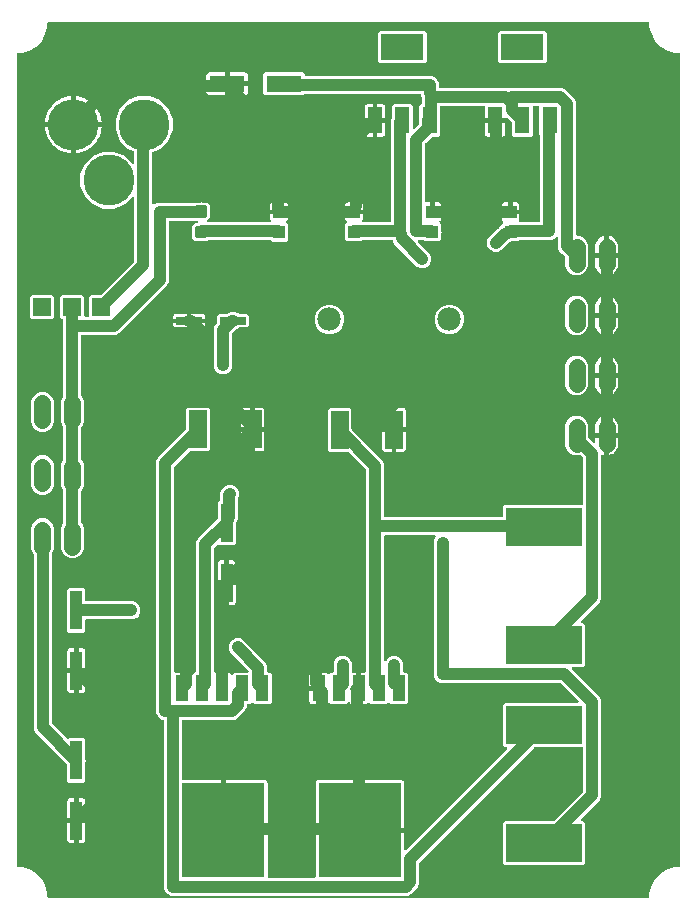
<source format=gbr>
G04 EAGLE Gerber RS-274X export*
G75*
%MOMM*%
%FSLAX34Y34*%
%LPD*%
%INTop Copper*%
%IPPOS*%
%AMOC8*
5,1,8,0,0,1.08239X$1,22.5*%
G01*
%ADD10R,1.000000X1.100000*%
%ADD11R,3.000000X1.400000*%
%ADD12C,1.981200*%
%ADD13C,0.300000*%
%ADD14C,4.318000*%
%ADD15R,1.219200X2.235200*%
%ADD16R,3.600000X2.200000*%
%ADD17R,2.200000X0.650000*%
%ADD18C,1.422400*%
%ADD19R,1.000000X3.300000*%
%ADD20R,6.451600X3.251200*%
%ADD21R,1.066800X2.184400*%
%ADD22R,7.000000X8.000000*%
%ADD23R,1.500000X3.200000*%
%ADD24R,1.508000X1.508000*%
%ADD25C,1.016000*%
%ADD26C,0.756400*%

G36*
X563904Y29010D02*
X563904Y29010D01*
X563968Y29009D01*
X564043Y29030D01*
X564119Y29041D01*
X564178Y29067D01*
X564240Y29084D01*
X564306Y29125D01*
X564376Y29157D01*
X564425Y29199D01*
X564480Y29232D01*
X564532Y29290D01*
X564590Y29340D01*
X564626Y29394D01*
X564669Y29442D01*
X564702Y29511D01*
X564745Y29576D01*
X564764Y29638D01*
X564792Y29695D01*
X564803Y29765D01*
X564827Y29846D01*
X564828Y29931D01*
X564839Y30000D01*
X564839Y33313D01*
X566554Y39712D01*
X569866Y45449D01*
X574551Y50134D01*
X580288Y53446D01*
X586687Y55161D01*
X590000Y55161D01*
X590064Y55170D01*
X590128Y55169D01*
X590203Y55190D01*
X590279Y55201D01*
X590338Y55227D01*
X590400Y55244D01*
X590466Y55285D01*
X590536Y55317D01*
X590585Y55359D01*
X590640Y55392D01*
X590692Y55450D01*
X590750Y55500D01*
X590786Y55554D01*
X590829Y55602D01*
X590862Y55671D01*
X590905Y55736D01*
X590924Y55798D01*
X590952Y55855D01*
X590963Y55925D01*
X590987Y56006D01*
X590988Y56091D01*
X590999Y56160D01*
X590999Y743840D01*
X590990Y743904D01*
X590991Y743968D01*
X590970Y744043D01*
X590959Y744119D01*
X590933Y744178D01*
X590916Y744240D01*
X590875Y744306D01*
X590843Y744376D01*
X590801Y744425D01*
X590768Y744480D01*
X590710Y744532D01*
X590660Y744590D01*
X590606Y744626D01*
X590558Y744669D01*
X590489Y744702D01*
X590424Y744745D01*
X590362Y744764D01*
X590305Y744792D01*
X590235Y744803D01*
X590154Y744827D01*
X590069Y744828D01*
X590000Y744839D01*
X586687Y744839D01*
X580288Y746554D01*
X574551Y749866D01*
X569866Y754551D01*
X566554Y760288D01*
X564839Y766687D01*
X564839Y770000D01*
X564830Y770064D01*
X564831Y770128D01*
X564810Y770203D01*
X564799Y770279D01*
X564773Y770338D01*
X564756Y770400D01*
X564715Y770466D01*
X564683Y770536D01*
X564641Y770585D01*
X564608Y770640D01*
X564550Y770692D01*
X564500Y770750D01*
X564446Y770786D01*
X564398Y770829D01*
X564329Y770862D01*
X564264Y770905D01*
X564202Y770924D01*
X564145Y770952D01*
X564075Y770963D01*
X563994Y770987D01*
X563909Y770988D01*
X563840Y770999D01*
X56160Y770999D01*
X56096Y770990D01*
X56032Y770991D01*
X55957Y770970D01*
X55881Y770959D01*
X55822Y770933D01*
X55760Y770916D01*
X55694Y770875D01*
X55624Y770843D01*
X55575Y770801D01*
X55520Y770768D01*
X55468Y770710D01*
X55410Y770660D01*
X55374Y770606D01*
X55331Y770558D01*
X55298Y770489D01*
X55255Y770424D01*
X55236Y770362D01*
X55208Y770305D01*
X55197Y770235D01*
X55173Y770154D01*
X55172Y770069D01*
X55161Y770000D01*
X55161Y766687D01*
X53446Y760288D01*
X50134Y754551D01*
X45449Y749866D01*
X39712Y746554D01*
X33313Y744839D01*
X30000Y744839D01*
X29936Y744830D01*
X29872Y744831D01*
X29797Y744810D01*
X29721Y744799D01*
X29662Y744773D01*
X29600Y744756D01*
X29534Y744715D01*
X29464Y744683D01*
X29415Y744641D01*
X29360Y744608D01*
X29308Y744550D01*
X29250Y744500D01*
X29214Y744446D01*
X29171Y744398D01*
X29138Y744329D01*
X29095Y744264D01*
X29076Y744202D01*
X29048Y744145D01*
X29037Y744075D01*
X29013Y743994D01*
X29012Y743909D01*
X29001Y743840D01*
X29001Y56160D01*
X29010Y56096D01*
X29009Y56032D01*
X29030Y55957D01*
X29041Y55881D01*
X29067Y55822D01*
X29084Y55760D01*
X29125Y55694D01*
X29157Y55624D01*
X29199Y55575D01*
X29232Y55520D01*
X29290Y55468D01*
X29340Y55410D01*
X29394Y55374D01*
X29442Y55331D01*
X29511Y55298D01*
X29576Y55255D01*
X29638Y55236D01*
X29695Y55208D01*
X29765Y55197D01*
X29846Y55173D01*
X29931Y55172D01*
X30000Y55161D01*
X33313Y55161D01*
X39712Y53446D01*
X45449Y50134D01*
X50134Y45449D01*
X53446Y39712D01*
X55161Y33313D01*
X55161Y30000D01*
X55170Y29936D01*
X55169Y29872D01*
X55190Y29797D01*
X55201Y29721D01*
X55227Y29662D01*
X55244Y29600D01*
X55285Y29534D01*
X55317Y29464D01*
X55359Y29415D01*
X55392Y29360D01*
X55450Y29308D01*
X55500Y29250D01*
X55554Y29214D01*
X55602Y29171D01*
X55671Y29138D01*
X55736Y29095D01*
X55798Y29076D01*
X55855Y29048D01*
X55925Y29037D01*
X56006Y29013D01*
X56091Y29012D01*
X56160Y29001D01*
X563840Y29001D01*
X563904Y29010D01*
G37*
%LPC*%
G36*
X159734Y31129D02*
X159734Y31129D01*
X156933Y32289D01*
X154789Y34433D01*
X153629Y37234D01*
X153629Y179151D01*
X153628Y179161D01*
X153629Y179170D01*
X153608Y179300D01*
X153589Y179431D01*
X153586Y179439D01*
X153584Y179449D01*
X153527Y179568D01*
X153473Y179688D01*
X153467Y179695D01*
X153463Y179703D01*
X153375Y179802D01*
X153290Y179902D01*
X153282Y179907D01*
X153276Y179914D01*
X153210Y179954D01*
X153054Y180056D01*
X153031Y180063D01*
X153012Y180075D01*
X150683Y181039D01*
X148539Y183183D01*
X147379Y185984D01*
X147379Y399016D01*
X148539Y401817D01*
X172467Y425744D01*
X172524Y425821D01*
X172589Y425892D01*
X172609Y425933D01*
X172636Y425970D01*
X172670Y426060D01*
X172712Y426146D01*
X172718Y426188D01*
X172735Y426233D01*
X172745Y426361D01*
X172759Y426451D01*
X172759Y442852D01*
X174248Y444341D01*
X191352Y444341D01*
X192841Y442852D01*
X192841Y408748D01*
X191352Y407259D01*
X175951Y407259D01*
X175856Y407246D01*
X175759Y407241D01*
X175716Y407226D01*
X175671Y407219D01*
X175584Y407180D01*
X175493Y407148D01*
X175459Y407123D01*
X175414Y407103D01*
X175317Y407020D01*
X175244Y406967D01*
X162913Y394636D01*
X162856Y394559D01*
X162791Y394488D01*
X162771Y394447D01*
X162744Y394410D01*
X162710Y394320D01*
X162668Y394234D01*
X162662Y394192D01*
X162645Y394147D01*
X162635Y394019D01*
X162621Y393929D01*
X162621Y220962D01*
X162630Y220898D01*
X162629Y220834D01*
X162650Y220759D01*
X162661Y220683D01*
X162687Y220624D01*
X162704Y220562D01*
X162745Y220496D01*
X162777Y220426D01*
X162819Y220377D01*
X162852Y220322D01*
X162910Y220270D01*
X162960Y220212D01*
X163014Y220176D01*
X163062Y220133D01*
X163131Y220100D01*
X163196Y220057D01*
X163258Y220038D01*
X163315Y220010D01*
X163385Y219999D01*
X163466Y219975D01*
X163551Y219974D01*
X163620Y219963D01*
X167001Y219963D01*
X167001Y207500D01*
X167010Y207436D01*
X167009Y207372D01*
X167030Y207298D01*
X167041Y207221D01*
X167067Y207162D01*
X167084Y207100D01*
X167125Y207034D01*
X167157Y206964D01*
X167199Y206915D01*
X167232Y206860D01*
X167290Y206809D01*
X167340Y206750D01*
X167394Y206714D01*
X167442Y206671D01*
X167511Y206638D01*
X167576Y206595D01*
X167638Y206576D01*
X167695Y206548D01*
X167765Y206538D01*
X167846Y206513D01*
X167931Y206512D01*
X168000Y206501D01*
X170000Y206501D01*
X170064Y206510D01*
X170128Y206509D01*
X170203Y206530D01*
X170279Y206541D01*
X170338Y206567D01*
X170400Y206584D01*
X170466Y206625D01*
X170536Y206657D01*
X170585Y206699D01*
X170640Y206732D01*
X170692Y206790D01*
X170750Y206840D01*
X170786Y206894D01*
X170829Y206942D01*
X170862Y207011D01*
X170905Y207076D01*
X170924Y207138D01*
X170952Y207196D01*
X170962Y207265D01*
X170987Y207346D01*
X170988Y207431D01*
X170999Y207500D01*
X170999Y219963D01*
X174669Y219963D01*
X175315Y219790D01*
X175894Y219455D01*
X176367Y218982D01*
X176545Y218673D01*
X176578Y218631D01*
X176604Y218584D01*
X176665Y218521D01*
X176719Y218451D01*
X176763Y218420D01*
X176800Y218382D01*
X176877Y218338D01*
X176949Y218287D01*
X176999Y218269D01*
X177046Y218243D01*
X177132Y218222D01*
X177214Y218193D01*
X177268Y218190D01*
X177320Y218178D01*
X177408Y218182D01*
X177496Y218177D01*
X177548Y218189D01*
X177602Y218192D01*
X177685Y218221D01*
X177771Y218241D01*
X177818Y218267D01*
X177868Y218285D01*
X177932Y218331D01*
X178017Y218379D01*
X178068Y218430D01*
X178117Y218466D01*
X179614Y219963D01*
X180130Y219963D01*
X180194Y219972D01*
X180258Y219971D01*
X180333Y219992D01*
X180409Y220003D01*
X180468Y220029D01*
X180530Y220046D01*
X180596Y220087D01*
X180666Y220119D01*
X180715Y220161D01*
X180770Y220194D01*
X180822Y220252D01*
X180880Y220302D01*
X180916Y220356D01*
X180959Y220404D01*
X180992Y220473D01*
X181035Y220538D01*
X181054Y220600D01*
X181082Y220657D01*
X181093Y220727D01*
X181117Y220808D01*
X181118Y220893D01*
X181129Y220962D01*
X181129Y330266D01*
X182289Y333067D01*
X199067Y349844D01*
X199124Y349921D01*
X199189Y349992D01*
X199209Y350033D01*
X199236Y350070D01*
X199270Y350160D01*
X199312Y350246D01*
X199318Y350288D01*
X199335Y350333D01*
X199345Y350461D01*
X199359Y350551D01*
X199359Y364452D01*
X200837Y365930D01*
X200894Y366007D01*
X200959Y366078D01*
X200979Y366119D01*
X201006Y366155D01*
X201040Y366245D01*
X201082Y366332D01*
X201088Y366374D01*
X201105Y366419D01*
X201115Y366547D01*
X201129Y366636D01*
X201129Y371516D01*
X202289Y374317D01*
X205683Y377711D01*
X208484Y378871D01*
X211516Y378871D01*
X214317Y377711D01*
X216461Y375567D01*
X217621Y372766D01*
X217621Y369734D01*
X216447Y366900D01*
X216436Y366860D01*
X216418Y366822D01*
X216405Y366737D01*
X216377Y366627D01*
X216379Y366568D01*
X216371Y366518D01*
X216371Y352922D01*
X216376Y352886D01*
X216373Y352849D01*
X216386Y352797D01*
X216371Y351220D01*
X216371Y351215D01*
X216371Y351210D01*
X216371Y349697D01*
X215779Y348305D01*
X215778Y348301D01*
X215775Y348297D01*
X215177Y346851D01*
X215152Y346819D01*
X215133Y346768D01*
X215108Y346728D01*
X214520Y345346D01*
X214508Y345301D01*
X214488Y345260D01*
X214475Y345177D01*
X214448Y345074D01*
X214449Y345010D01*
X214441Y344955D01*
X214441Y329348D01*
X212952Y327859D01*
X200848Y327859D01*
X200449Y328258D01*
X200397Y328297D01*
X200352Y328343D01*
X200285Y328381D01*
X200223Y328427D01*
X200163Y328450D01*
X200107Y328482D01*
X200032Y328500D01*
X199959Y328527D01*
X199895Y328532D01*
X199833Y328547D01*
X199755Y328543D01*
X199678Y328549D01*
X199615Y328536D01*
X199551Y328532D01*
X199478Y328507D01*
X199402Y328491D01*
X199345Y328461D01*
X199284Y328440D01*
X199228Y328399D01*
X199153Y328359D01*
X199092Y328300D01*
X199035Y328258D01*
X196663Y325886D01*
X196606Y325809D01*
X196541Y325738D01*
X196521Y325697D01*
X196494Y325660D01*
X196460Y325570D01*
X196418Y325484D01*
X196412Y325442D01*
X196395Y325397D01*
X196385Y325269D01*
X196371Y325179D01*
X196371Y220962D01*
X196380Y220898D01*
X196379Y220834D01*
X196400Y220759D01*
X196411Y220683D01*
X196437Y220624D01*
X196454Y220562D01*
X196495Y220496D01*
X196527Y220426D01*
X196569Y220377D01*
X196602Y220322D01*
X196660Y220270D01*
X196710Y220212D01*
X196764Y220176D01*
X196812Y220133D01*
X196881Y220100D01*
X196946Y220057D01*
X197008Y220038D01*
X197065Y220010D01*
X197135Y219999D01*
X197216Y219975D01*
X197301Y219974D01*
X197370Y219963D01*
X201001Y219963D01*
X201001Y207500D01*
X201010Y207436D01*
X201009Y207372D01*
X201030Y207298D01*
X201041Y207221D01*
X201067Y207162D01*
X201084Y207100D01*
X201125Y207034D01*
X201157Y206964D01*
X201199Y206915D01*
X201232Y206860D01*
X201290Y206809D01*
X201340Y206750D01*
X201394Y206714D01*
X201442Y206671D01*
X201511Y206638D01*
X201576Y206595D01*
X201638Y206576D01*
X201695Y206548D01*
X201765Y206538D01*
X201846Y206513D01*
X201931Y206512D01*
X202000Y206501D01*
X204000Y206501D01*
X204064Y206510D01*
X204128Y206509D01*
X204203Y206530D01*
X204279Y206541D01*
X204338Y206567D01*
X204400Y206584D01*
X204466Y206625D01*
X204536Y206657D01*
X204585Y206699D01*
X204640Y206732D01*
X204692Y206790D01*
X204750Y206840D01*
X204786Y206894D01*
X204829Y206942D01*
X204862Y207011D01*
X204905Y207076D01*
X204924Y207138D01*
X204952Y207196D01*
X204962Y207265D01*
X204987Y207346D01*
X204988Y207431D01*
X204999Y207500D01*
X204999Y219963D01*
X208669Y219963D01*
X209315Y219790D01*
X209894Y219455D01*
X210367Y218982D01*
X210545Y218673D01*
X210578Y218631D01*
X210604Y218584D01*
X210665Y218521D01*
X210719Y218451D01*
X210763Y218420D01*
X210800Y218382D01*
X210877Y218338D01*
X210948Y218287D01*
X210999Y218269D01*
X211046Y218243D01*
X211131Y218222D01*
X211214Y218193D01*
X211268Y218190D01*
X211320Y218178D01*
X211408Y218182D01*
X211496Y218177D01*
X211548Y218189D01*
X211602Y218192D01*
X211685Y218221D01*
X211771Y218241D01*
X211818Y218267D01*
X211868Y218285D01*
X211932Y218331D01*
X212017Y218379D01*
X212068Y218430D01*
X212117Y218466D01*
X213614Y219963D01*
X224348Y219963D01*
X224379Y219967D01*
X224412Y219965D01*
X224519Y219987D01*
X224627Y220003D01*
X224656Y220016D01*
X224688Y220022D01*
X224784Y220074D01*
X224884Y220119D01*
X224908Y220140D01*
X224937Y220155D01*
X225015Y220231D01*
X225098Y220302D01*
X225116Y220329D01*
X225139Y220352D01*
X225193Y220447D01*
X225252Y220538D01*
X225262Y220569D01*
X225278Y220597D01*
X225303Y220704D01*
X225335Y220808D01*
X225335Y220840D01*
X225343Y220871D01*
X225337Y220981D01*
X225339Y221090D01*
X225330Y221121D01*
X225328Y221153D01*
X225293Y221256D01*
X225263Y221362D01*
X225246Y221389D01*
X225236Y221420D01*
X225183Y221493D01*
X225115Y221602D01*
X225079Y221634D01*
X225054Y221669D01*
X209789Y236933D01*
X208629Y239734D01*
X208629Y242766D01*
X209789Y245567D01*
X211933Y247711D01*
X214734Y248871D01*
X217766Y248871D01*
X220567Y247711D01*
X240211Y228067D01*
X241371Y225266D01*
X241371Y220962D01*
X241380Y220898D01*
X241379Y220834D01*
X241400Y220759D01*
X241411Y220683D01*
X241437Y220624D01*
X241454Y220562D01*
X241495Y220496D01*
X241527Y220426D01*
X241569Y220377D01*
X241602Y220322D01*
X241660Y220270D01*
X241710Y220212D01*
X241764Y220176D01*
X241812Y220133D01*
X241881Y220100D01*
X241946Y220057D01*
X242008Y220038D01*
X242065Y220010D01*
X242135Y219999D01*
X242216Y219975D01*
X242301Y219974D01*
X242370Y219963D01*
X243386Y219963D01*
X244875Y218474D01*
X244875Y194526D01*
X243386Y193037D01*
X230614Y193037D01*
X229207Y194444D01*
X229155Y194483D01*
X229110Y194529D01*
X229043Y194567D01*
X228981Y194614D01*
X228921Y194636D01*
X228865Y194668D01*
X228790Y194686D01*
X228717Y194713D01*
X228653Y194718D01*
X228590Y194733D01*
X228513Y194729D01*
X228436Y194735D01*
X228373Y194722D01*
X228309Y194718D01*
X228236Y194693D01*
X228160Y194677D01*
X228103Y194647D01*
X228042Y194626D01*
X227986Y194585D01*
X227911Y194545D01*
X227850Y194486D01*
X227793Y194444D01*
X226386Y193037D01*
X224870Y193037D01*
X224806Y193028D01*
X224742Y193029D01*
X224667Y193008D01*
X224591Y192997D01*
X224532Y192971D01*
X224470Y192954D01*
X224404Y192913D01*
X224334Y192881D01*
X224285Y192839D01*
X224230Y192806D01*
X224178Y192748D01*
X224120Y192698D01*
X224084Y192644D01*
X224041Y192596D01*
X224008Y192527D01*
X223965Y192462D01*
X223946Y192400D01*
X223918Y192343D01*
X223907Y192273D01*
X223883Y192192D01*
X223882Y192107D01*
X223871Y192038D01*
X223871Y190984D01*
X222711Y188183D01*
X215567Y181039D01*
X212766Y179879D01*
X169870Y179879D01*
X169806Y179870D01*
X169742Y179871D01*
X169667Y179850D01*
X169591Y179839D01*
X169532Y179813D01*
X169470Y179796D01*
X169404Y179755D01*
X169334Y179723D01*
X169285Y179681D01*
X169230Y179648D01*
X169178Y179590D01*
X169120Y179540D01*
X169084Y179486D01*
X169041Y179438D01*
X169008Y179369D01*
X168965Y179304D01*
X168946Y179242D01*
X168918Y179185D01*
X168907Y179115D01*
X168883Y179034D01*
X168882Y178949D01*
X168871Y178880D01*
X168871Y130040D01*
X168880Y129976D01*
X168879Y129912D01*
X168900Y129837D01*
X168911Y129761D01*
X168937Y129702D01*
X168954Y129640D01*
X168995Y129574D01*
X169027Y129504D01*
X169069Y129455D01*
X169102Y129400D01*
X169160Y129348D01*
X169210Y129290D01*
X169264Y129254D01*
X169312Y129211D01*
X169381Y129178D01*
X169446Y129135D01*
X169508Y129116D01*
X169565Y129088D01*
X169635Y129077D01*
X169716Y129053D01*
X169801Y129052D01*
X169870Y129041D01*
X202001Y129041D01*
X202001Y87500D01*
X202010Y87436D01*
X202009Y87372D01*
X202030Y87298D01*
X202041Y87221D01*
X202067Y87162D01*
X202084Y87100D01*
X202125Y87034D01*
X202157Y86964D01*
X202199Y86915D01*
X202232Y86860D01*
X202290Y86809D01*
X202340Y86750D01*
X202394Y86714D01*
X202442Y86671D01*
X202511Y86638D01*
X202576Y86595D01*
X202638Y86576D01*
X202695Y86548D01*
X202765Y86538D01*
X202846Y86513D01*
X202931Y86512D01*
X203000Y86501D01*
X204001Y86501D01*
X204001Y85500D01*
X204010Y85436D01*
X204009Y85372D01*
X204030Y85297D01*
X204041Y85221D01*
X204067Y85162D01*
X204084Y85100D01*
X204125Y85034D01*
X204157Y84964D01*
X204199Y84915D01*
X204232Y84860D01*
X204290Y84808D01*
X204340Y84750D01*
X204394Y84714D01*
X204442Y84671D01*
X204511Y84638D01*
X204576Y84595D01*
X204638Y84576D01*
X204696Y84548D01*
X204765Y84538D01*
X204846Y84513D01*
X204931Y84512D01*
X205000Y84501D01*
X241541Y84501D01*
X241541Y47370D01*
X241550Y47306D01*
X241549Y47242D01*
X241570Y47167D01*
X241581Y47091D01*
X241607Y47032D01*
X241624Y46970D01*
X241665Y46904D01*
X241697Y46834D01*
X241739Y46785D01*
X241772Y46730D01*
X241830Y46678D01*
X241880Y46620D01*
X241934Y46584D01*
X241982Y46541D01*
X242051Y46508D01*
X242116Y46465D01*
X242178Y46446D01*
X242235Y46418D01*
X242305Y46407D01*
X242386Y46383D01*
X242471Y46382D01*
X242540Y46371D01*
X281160Y46371D01*
X281224Y46380D01*
X281288Y46379D01*
X281363Y46400D01*
X281439Y46411D01*
X281498Y46437D01*
X281560Y46454D01*
X281626Y46495D01*
X281696Y46527D01*
X281745Y46569D01*
X281800Y46602D01*
X281852Y46660D01*
X281910Y46710D01*
X281946Y46764D01*
X281989Y46812D01*
X282022Y46881D01*
X282065Y46946D01*
X282084Y47008D01*
X282112Y47065D01*
X282123Y47135D01*
X282147Y47216D01*
X282148Y47301D01*
X282159Y47370D01*
X282159Y84501D01*
X318700Y84501D01*
X318764Y84510D01*
X318828Y84509D01*
X318902Y84530D01*
X318979Y84541D01*
X319038Y84567D01*
X319100Y84584D01*
X319166Y84625D01*
X319236Y84657D01*
X319285Y84699D01*
X319340Y84732D01*
X319391Y84790D01*
X319450Y84840D01*
X319486Y84894D01*
X319529Y84942D01*
X319562Y85011D01*
X319605Y85076D01*
X319624Y85138D01*
X319652Y85195D01*
X319662Y85265D01*
X319687Y85346D01*
X319688Y85431D01*
X319699Y85500D01*
X319699Y86501D01*
X319701Y86501D01*
X319701Y85500D01*
X319710Y85436D01*
X319709Y85372D01*
X319730Y85297D01*
X319741Y85221D01*
X319767Y85162D01*
X319784Y85100D01*
X319825Y85034D01*
X319857Y84964D01*
X319899Y84915D01*
X319932Y84860D01*
X319990Y84808D01*
X320040Y84750D01*
X320094Y84714D01*
X320142Y84671D01*
X320211Y84638D01*
X320276Y84595D01*
X320338Y84576D01*
X320396Y84548D01*
X320465Y84538D01*
X320546Y84513D01*
X320631Y84512D01*
X320700Y84501D01*
X357241Y84501D01*
X357241Y70430D01*
X357245Y70399D01*
X357243Y70366D01*
X357265Y70259D01*
X357281Y70151D01*
X357294Y70122D01*
X357300Y70090D01*
X357352Y69994D01*
X357397Y69894D01*
X357418Y69870D01*
X357433Y69841D01*
X357509Y69763D01*
X357580Y69680D01*
X357607Y69662D01*
X357630Y69639D01*
X357725Y69585D01*
X357816Y69526D01*
X357847Y69516D01*
X357875Y69500D01*
X357982Y69475D01*
X358086Y69443D01*
X358118Y69443D01*
X358149Y69435D01*
X358259Y69441D01*
X358368Y69439D01*
X358399Y69448D01*
X358431Y69450D01*
X358534Y69485D01*
X358640Y69515D01*
X358667Y69532D01*
X358698Y69542D01*
X358771Y69595D01*
X358880Y69663D01*
X358912Y69699D01*
X358947Y69724D01*
X444220Y154997D01*
X444239Y155023D01*
X444264Y155044D01*
X444324Y155136D01*
X444389Y155223D01*
X444401Y155253D01*
X444418Y155280D01*
X444450Y155385D01*
X444489Y155487D01*
X444491Y155519D01*
X444501Y155550D01*
X444502Y155659D01*
X444511Y155768D01*
X444504Y155800D01*
X444505Y155832D01*
X444475Y155937D01*
X444453Y156044D01*
X444438Y156073D01*
X444429Y156104D01*
X444372Y156197D01*
X444321Y156293D01*
X444298Y156316D01*
X444281Y156344D01*
X444200Y156417D01*
X444124Y156495D01*
X444096Y156511D01*
X444072Y156533D01*
X443974Y156580D01*
X443879Y156634D01*
X443847Y156642D01*
X443818Y156656D01*
X443729Y156670D01*
X443604Y156699D01*
X443556Y156697D01*
X443514Y156703D01*
X442090Y156703D01*
X440601Y158192D01*
X440601Y192808D01*
X442090Y194297D01*
X503764Y194297D01*
X503795Y194301D01*
X503828Y194299D01*
X503935Y194321D01*
X504043Y194337D01*
X504072Y194350D01*
X504104Y194356D01*
X504200Y194408D01*
X504300Y194453D01*
X504324Y194474D01*
X504353Y194489D01*
X504431Y194565D01*
X504514Y194636D01*
X504532Y194663D01*
X504555Y194686D01*
X504609Y194781D01*
X504668Y194872D01*
X504678Y194903D01*
X504694Y194931D01*
X504719Y195038D01*
X504751Y195142D01*
X504751Y195174D01*
X504759Y195205D01*
X504753Y195315D01*
X504755Y195424D01*
X504746Y195455D01*
X504744Y195487D01*
X504709Y195590D01*
X504679Y195696D01*
X504662Y195723D01*
X504652Y195754D01*
X504599Y195827D01*
X504531Y195936D01*
X504495Y195968D01*
X504470Y196003D01*
X489636Y210837D01*
X489559Y210894D01*
X489488Y210959D01*
X489447Y210979D01*
X489410Y211006D01*
X489320Y211040D01*
X489234Y211082D01*
X489192Y211088D01*
X489147Y211105D01*
X489019Y211115D01*
X488929Y211129D01*
X388484Y211129D01*
X385683Y212289D01*
X383539Y214433D01*
X382379Y217234D01*
X382379Y331516D01*
X383539Y334317D01*
X383646Y334423D01*
X383665Y334449D01*
X383690Y334470D01*
X383750Y334562D01*
X383815Y334649D01*
X383827Y334679D01*
X383844Y334706D01*
X383876Y334810D01*
X383915Y334913D01*
X383917Y334945D01*
X383927Y334976D01*
X383928Y335085D01*
X383937Y335194D01*
X383930Y335226D01*
X383931Y335258D01*
X383901Y335363D01*
X383879Y335470D01*
X383864Y335499D01*
X383855Y335530D01*
X383798Y335623D01*
X383747Y335719D01*
X383724Y335742D01*
X383707Y335770D01*
X383626Y335843D01*
X383550Y335921D01*
X383522Y335937D01*
X383498Y335959D01*
X383400Y336006D01*
X383305Y336060D01*
X383273Y336068D01*
X383244Y336082D01*
X383155Y336096D01*
X383030Y336125D01*
X382982Y336123D01*
X382940Y336129D01*
X341120Y336129D01*
X341056Y336120D01*
X340992Y336121D01*
X340917Y336100D01*
X340841Y336089D01*
X340782Y336063D01*
X340720Y336046D01*
X340654Y336005D01*
X340584Y335973D01*
X340535Y335931D01*
X340480Y335898D01*
X340428Y335840D01*
X340370Y335790D01*
X340334Y335736D01*
X340291Y335688D01*
X340258Y335619D01*
X340215Y335554D01*
X340196Y335492D01*
X340168Y335435D01*
X340157Y335365D01*
X340133Y335284D01*
X340132Y335199D01*
X340121Y335130D01*
X340121Y230355D01*
X340133Y230269D01*
X340136Y230182D01*
X340153Y230130D01*
X340161Y230075D01*
X340196Y229996D01*
X340223Y229914D01*
X340254Y229868D01*
X340277Y229818D01*
X340333Y229752D01*
X340382Y229681D01*
X340424Y229646D01*
X340460Y229604D01*
X340533Y229557D01*
X340600Y229501D01*
X340650Y229480D01*
X340696Y229450D01*
X340779Y229424D01*
X340859Y229390D01*
X340913Y229383D01*
X340966Y229367D01*
X341053Y229366D01*
X341139Y229356D01*
X341193Y229364D01*
X341248Y229364D01*
X341332Y229387D01*
X341417Y229401D01*
X341467Y229424D01*
X341520Y229439D01*
X341594Y229484D01*
X341672Y229522D01*
X341713Y229558D01*
X341760Y229587D01*
X341818Y229651D01*
X341883Y229709D01*
X341909Y229753D01*
X341949Y229796D01*
X341998Y229899D01*
X342043Y229972D01*
X342289Y230567D01*
X344433Y232711D01*
X347234Y233871D01*
X350266Y233871D01*
X353067Y232711D01*
X355211Y230567D01*
X356371Y227766D01*
X356371Y220962D01*
X356380Y220898D01*
X356379Y220834D01*
X356400Y220759D01*
X356411Y220683D01*
X356437Y220624D01*
X356454Y220562D01*
X356495Y220496D01*
X356527Y220426D01*
X356569Y220377D01*
X356602Y220322D01*
X356660Y220270D01*
X356710Y220212D01*
X356764Y220176D01*
X356812Y220133D01*
X356881Y220100D01*
X356946Y220057D01*
X357008Y220038D01*
X357065Y220010D01*
X357135Y219999D01*
X357216Y219975D01*
X357301Y219974D01*
X357370Y219963D01*
X359086Y219963D01*
X360575Y218474D01*
X360575Y194526D01*
X359086Y193037D01*
X346314Y193037D01*
X344907Y194444D01*
X344855Y194483D01*
X344810Y194529D01*
X344743Y194567D01*
X344681Y194614D01*
X344621Y194636D01*
X344565Y194668D01*
X344490Y194686D01*
X344417Y194713D01*
X344353Y194718D01*
X344290Y194733D01*
X344213Y194729D01*
X344136Y194735D01*
X344073Y194722D01*
X344009Y194718D01*
X343936Y194693D01*
X343860Y194677D01*
X343803Y194647D01*
X343742Y194626D01*
X343686Y194585D01*
X343611Y194545D01*
X343550Y194486D01*
X343493Y194444D01*
X342086Y193037D01*
X329314Y193037D01*
X327817Y194534D01*
X327774Y194566D01*
X327738Y194605D01*
X327662Y194650D01*
X327592Y194703D01*
X327541Y194722D01*
X327495Y194749D01*
X327410Y194771D01*
X327328Y194802D01*
X327274Y194807D01*
X327222Y194820D01*
X327134Y194817D01*
X327047Y194824D01*
X326994Y194813D01*
X326940Y194812D01*
X326857Y194785D01*
X326771Y194767D01*
X326723Y194741D01*
X326672Y194725D01*
X326599Y194676D01*
X326522Y194634D01*
X326483Y194597D01*
X326439Y194567D01*
X326390Y194506D01*
X326319Y194437D01*
X326284Y194374D01*
X326245Y194327D01*
X326067Y194018D01*
X325594Y193545D01*
X325015Y193210D01*
X324369Y193037D01*
X320699Y193037D01*
X320699Y205500D01*
X320690Y205564D01*
X320691Y205628D01*
X320670Y205702D01*
X320659Y205779D01*
X320633Y205838D01*
X320616Y205900D01*
X320575Y205966D01*
X320543Y206036D01*
X320501Y206085D01*
X320468Y206140D01*
X320410Y206191D01*
X320360Y206250D01*
X320306Y206286D01*
X320258Y206329D01*
X320189Y206362D01*
X320124Y206405D01*
X320062Y206424D01*
X320005Y206452D01*
X319935Y206462D01*
X319854Y206487D01*
X319769Y206488D01*
X319700Y206499D01*
X318699Y206499D01*
X318699Y206501D01*
X319700Y206501D01*
X319764Y206510D01*
X319828Y206509D01*
X319903Y206530D01*
X319979Y206541D01*
X320038Y206567D01*
X320100Y206584D01*
X320166Y206625D01*
X320236Y206657D01*
X320285Y206699D01*
X320340Y206732D01*
X320392Y206790D01*
X320450Y206840D01*
X320486Y206894D01*
X320529Y206942D01*
X320562Y207011D01*
X320605Y207076D01*
X320624Y207138D01*
X320652Y207196D01*
X320662Y207265D01*
X320687Y207346D01*
X320688Y207431D01*
X320699Y207500D01*
X320699Y219963D01*
X323880Y219963D01*
X323944Y219972D01*
X324008Y219971D01*
X324083Y219992D01*
X324159Y220003D01*
X324218Y220029D01*
X324280Y220046D01*
X324346Y220087D01*
X324416Y220119D01*
X324465Y220161D01*
X324520Y220194D01*
X324572Y220252D01*
X324630Y220302D01*
X324666Y220356D01*
X324709Y220404D01*
X324742Y220473D01*
X324785Y220538D01*
X324804Y220600D01*
X324832Y220657D01*
X324843Y220727D01*
X324867Y220808D01*
X324868Y220893D01*
X324879Y220962D01*
X324879Y391429D01*
X324866Y391524D01*
X324861Y391621D01*
X324846Y391664D01*
X324839Y391709D01*
X324800Y391796D01*
X324768Y391887D01*
X324743Y391921D01*
X324723Y391966D01*
X324640Y392063D01*
X324587Y392136D01*
X309956Y406767D01*
X309879Y406824D01*
X309808Y406889D01*
X309767Y406909D01*
X309730Y406936D01*
X309640Y406970D01*
X309554Y407012D01*
X309512Y407018D01*
X309467Y407035D01*
X309339Y407045D01*
X309249Y407059D01*
X293948Y407059D01*
X292459Y408548D01*
X292459Y442652D01*
X293948Y444141D01*
X311052Y444141D01*
X312541Y442652D01*
X312541Y426151D01*
X312554Y426056D01*
X312559Y425959D01*
X312574Y425916D01*
X312581Y425871D01*
X312620Y425784D01*
X312652Y425693D01*
X312677Y425659D01*
X312697Y425614D01*
X312780Y425517D01*
X312833Y425444D01*
X338961Y399317D01*
X340121Y396516D01*
X340121Y352370D01*
X340130Y352306D01*
X340129Y352242D01*
X340150Y352167D01*
X340161Y352091D01*
X340187Y352032D01*
X340204Y351970D01*
X340245Y351904D01*
X340277Y351834D01*
X340319Y351785D01*
X340352Y351730D01*
X340410Y351678D01*
X340460Y351620D01*
X340514Y351584D01*
X340562Y351541D01*
X340631Y351508D01*
X340696Y351465D01*
X340758Y351446D01*
X340815Y351418D01*
X340885Y351407D01*
X340966Y351383D01*
X341051Y351382D01*
X341120Y351371D01*
X439602Y351371D01*
X439666Y351380D01*
X439730Y351379D01*
X439805Y351400D01*
X439881Y351411D01*
X439940Y351437D01*
X440002Y351454D01*
X440068Y351495D01*
X440138Y351527D01*
X440187Y351569D01*
X440242Y351602D01*
X440294Y351660D01*
X440352Y351710D01*
X440388Y351764D01*
X440431Y351812D01*
X440464Y351881D01*
X440507Y351946D01*
X440526Y352008D01*
X440554Y352065D01*
X440565Y352135D01*
X440589Y352216D01*
X440590Y352301D01*
X440601Y352370D01*
X440601Y360608D01*
X442090Y362097D01*
X507630Y362097D01*
X507694Y362106D01*
X507758Y362105D01*
X507833Y362126D01*
X507909Y362137D01*
X507968Y362163D01*
X508030Y362180D01*
X508096Y362221D01*
X508166Y362253D01*
X508215Y362295D01*
X508270Y362328D01*
X508322Y362386D01*
X508380Y362436D01*
X508416Y362490D01*
X508459Y362538D01*
X508492Y362607D01*
X508535Y362672D01*
X508554Y362734D01*
X508582Y362791D01*
X508593Y362861D01*
X508617Y362942D01*
X508618Y363027D01*
X508629Y363096D01*
X508629Y401429D01*
X508616Y401524D01*
X508611Y401621D01*
X508596Y401664D01*
X508589Y401709D01*
X508550Y401796D01*
X508518Y401887D01*
X508493Y401921D01*
X508473Y401966D01*
X508390Y402063D01*
X508337Y402136D01*
X506565Y403908D01*
X506558Y403913D01*
X506552Y403921D01*
X506445Y403998D01*
X506340Y404077D01*
X506331Y404080D01*
X506323Y404086D01*
X506199Y404130D01*
X506076Y404176D01*
X506066Y404177D01*
X506057Y404180D01*
X505926Y404188D01*
X505794Y404198D01*
X505785Y404196D01*
X505776Y404197D01*
X505700Y404179D01*
X505518Y404141D01*
X505497Y404129D01*
X505476Y404124D01*
X505020Y403935D01*
X501180Y403935D01*
X497632Y405405D01*
X494917Y408120D01*
X493447Y411668D01*
X493447Y429732D01*
X494917Y433280D01*
X497632Y435995D01*
X501180Y437465D01*
X505020Y437465D01*
X508568Y435995D01*
X511283Y433280D01*
X512753Y429732D01*
X512753Y419688D01*
X512762Y419626D01*
X512761Y419580D01*
X512768Y419553D01*
X512771Y419497D01*
X512786Y419454D01*
X512793Y419409D01*
X512832Y419322D01*
X512833Y419319D01*
X512836Y419308D01*
X512838Y419305D01*
X512864Y419231D01*
X512889Y419196D01*
X512909Y419152D01*
X512992Y419055D01*
X513045Y418982D01*
X517141Y414886D01*
X517167Y414867D01*
X517188Y414842D01*
X517280Y414782D01*
X517367Y414717D01*
X517397Y414705D01*
X517424Y414688D01*
X517529Y414656D01*
X517631Y414617D01*
X517663Y414615D01*
X517694Y414605D01*
X517803Y414604D01*
X517912Y414595D01*
X517944Y414602D01*
X517976Y414601D01*
X518081Y414631D01*
X518188Y414653D01*
X518217Y414668D01*
X518248Y414677D01*
X518341Y414734D01*
X518437Y414785D01*
X518460Y414808D01*
X518488Y414825D01*
X518561Y414906D01*
X518639Y414982D01*
X518655Y415010D01*
X518677Y415034D01*
X518724Y415132D01*
X518778Y415227D01*
X518786Y415259D01*
X518800Y415288D01*
X518814Y415377D01*
X518843Y415502D01*
X518841Y415550D01*
X518847Y415592D01*
X518847Y418701D01*
X526501Y418701D01*
X526501Y404132D01*
X526240Y404173D01*
X525179Y404518D01*
X525100Y404531D01*
X525024Y404555D01*
X524962Y404555D01*
X524901Y404566D01*
X524822Y404557D01*
X524742Y404558D01*
X524682Y404542D01*
X524621Y404535D01*
X524547Y404504D01*
X524470Y404483D01*
X524417Y404451D01*
X524360Y404427D01*
X524298Y404377D01*
X524230Y404335D01*
X524189Y404289D01*
X524140Y404250D01*
X524095Y404185D01*
X524041Y404126D01*
X524014Y404070D01*
X523979Y404019D01*
X523953Y403944D01*
X523918Y403872D01*
X523909Y403815D01*
X523888Y403752D01*
X523883Y403648D01*
X523871Y403567D01*
X523871Y282234D01*
X522711Y279433D01*
X520426Y277149D01*
X507080Y263803D01*
X507061Y263777D01*
X507036Y263756D01*
X506976Y263664D01*
X506911Y263577D01*
X506899Y263547D01*
X506882Y263520D01*
X506850Y263415D01*
X506811Y263313D01*
X506809Y263281D01*
X506799Y263250D01*
X506798Y263141D01*
X506789Y263032D01*
X506796Y263000D01*
X506795Y262968D01*
X506825Y262863D01*
X506847Y262756D01*
X506862Y262727D01*
X506871Y262696D01*
X506928Y262603D01*
X506979Y262507D01*
X507002Y262484D01*
X507019Y262456D01*
X507100Y262383D01*
X507176Y262305D01*
X507204Y262289D01*
X507228Y262267D01*
X507326Y262220D01*
X507421Y262166D01*
X507453Y262158D01*
X507482Y262144D01*
X507571Y262130D01*
X507696Y262101D01*
X507744Y262103D01*
X507786Y262097D01*
X508710Y262097D01*
X510199Y260608D01*
X510199Y225992D01*
X508710Y224503D01*
X499936Y224503D01*
X499905Y224499D01*
X499872Y224501D01*
X499765Y224479D01*
X499657Y224463D01*
X499628Y224450D01*
X499596Y224444D01*
X499500Y224392D01*
X499400Y224347D01*
X499376Y224326D01*
X499347Y224311D01*
X499269Y224235D01*
X499186Y224164D01*
X499168Y224137D01*
X499145Y224114D01*
X499091Y224019D01*
X499032Y223928D01*
X499022Y223897D01*
X499006Y223869D01*
X498981Y223762D01*
X498949Y223658D01*
X498949Y223626D01*
X498941Y223595D01*
X498947Y223485D01*
X498945Y223376D01*
X498954Y223345D01*
X498956Y223313D01*
X498991Y223210D01*
X499021Y223104D01*
X499038Y223077D01*
X499048Y223046D01*
X499101Y222973D01*
X499169Y222864D01*
X499205Y222832D01*
X499230Y222797D01*
X522711Y199317D01*
X523871Y196516D01*
X523871Y114734D01*
X522711Y111933D01*
X520426Y109649D01*
X506780Y96003D01*
X506761Y95977D01*
X506736Y95956D01*
X506676Y95864D01*
X506611Y95777D01*
X506599Y95747D01*
X506582Y95720D01*
X506550Y95615D01*
X506511Y95513D01*
X506509Y95481D01*
X506499Y95450D01*
X506498Y95341D01*
X506489Y95232D01*
X506496Y95200D01*
X506495Y95168D01*
X506525Y95063D01*
X506547Y94956D01*
X506562Y94927D01*
X506571Y94896D01*
X506628Y94803D01*
X506679Y94707D01*
X506702Y94684D01*
X506719Y94656D01*
X506800Y94583D01*
X506876Y94505D01*
X506904Y94489D01*
X506928Y94467D01*
X507026Y94420D01*
X507121Y94366D01*
X507153Y94358D01*
X507182Y94344D01*
X507271Y94330D01*
X507396Y94301D01*
X507444Y94303D01*
X507486Y94297D01*
X508710Y94297D01*
X510199Y92808D01*
X510199Y58192D01*
X508710Y56703D01*
X442090Y56703D01*
X440601Y58192D01*
X440601Y92808D01*
X442090Y94297D01*
X483105Y94297D01*
X483200Y94310D01*
X483297Y94315D01*
X483340Y94330D01*
X483385Y94337D01*
X483472Y94376D01*
X483563Y94408D01*
X483597Y94433D01*
X483642Y94453D01*
X483739Y94536D01*
X483812Y94589D01*
X508337Y119114D01*
X508394Y119191D01*
X508459Y119262D01*
X508479Y119303D01*
X508506Y119340D01*
X508540Y119430D01*
X508582Y119516D01*
X508588Y119558D01*
X508605Y119603D01*
X508615Y119731D01*
X508629Y119821D01*
X508629Y155704D01*
X508620Y155768D01*
X508621Y155832D01*
X508600Y155907D01*
X508589Y155983D01*
X508563Y156042D01*
X508546Y156104D01*
X508505Y156170D01*
X508473Y156240D01*
X508431Y156289D01*
X508398Y156344D01*
X508340Y156396D01*
X508290Y156454D01*
X508236Y156490D01*
X508188Y156533D01*
X508119Y156566D01*
X508054Y156609D01*
X507992Y156628D01*
X507935Y156656D01*
X507865Y156667D01*
X507784Y156691D01*
X507699Y156692D01*
X507630Y156703D01*
X467895Y156703D01*
X467800Y156690D01*
X467703Y156685D01*
X467660Y156670D01*
X467615Y156663D01*
X467528Y156624D01*
X467437Y156592D01*
X467403Y156567D01*
X467358Y156547D01*
X467261Y156464D01*
X467188Y156411D01*
X370413Y59636D01*
X370356Y59559D01*
X370291Y59488D01*
X370271Y59447D01*
X370244Y59410D01*
X370210Y59320D01*
X370168Y59234D01*
X370162Y59192D01*
X370145Y59147D01*
X370135Y59019D01*
X370121Y58929D01*
X370121Y40984D01*
X368961Y38183D01*
X363067Y32289D01*
X360266Y31129D01*
X159734Y31129D01*
G37*
%LPD*%
%LPC*%
G36*
X501180Y556335D02*
X501180Y556335D01*
X497632Y557805D01*
X494917Y560520D01*
X493447Y564068D01*
X493447Y571612D01*
X493438Y571674D01*
X493439Y571721D01*
X493432Y571748D01*
X493429Y571803D01*
X493414Y571846D01*
X493407Y571891D01*
X493368Y571978D01*
X493364Y571993D01*
X493361Y571998D01*
X493336Y572069D01*
X493311Y572104D01*
X493291Y572148D01*
X493208Y572245D01*
X493155Y572318D01*
X490824Y574649D01*
X488539Y576933D01*
X487379Y579734D01*
X487379Y587940D01*
X487375Y587971D01*
X487377Y588004D01*
X487355Y588111D01*
X487339Y588219D01*
X487326Y588248D01*
X487320Y588280D01*
X487268Y588376D01*
X487223Y588476D01*
X487202Y588500D01*
X487187Y588529D01*
X487111Y588607D01*
X487040Y588690D01*
X487013Y588708D01*
X486990Y588731D01*
X486895Y588785D01*
X486804Y588844D01*
X486773Y588854D01*
X486745Y588870D01*
X486639Y588895D01*
X486534Y588927D01*
X486502Y588927D01*
X486471Y588935D01*
X486361Y588929D01*
X486252Y588931D01*
X486221Y588922D01*
X486189Y588920D01*
X486086Y588885D01*
X485980Y588855D01*
X485953Y588838D01*
X485922Y588828D01*
X485849Y588775D01*
X485740Y588707D01*
X485708Y588671D01*
X485673Y588646D01*
X484317Y587289D01*
X481516Y586129D01*
X454836Y586129D01*
X454741Y586116D01*
X454645Y586111D01*
X454602Y586096D01*
X454557Y586089D01*
X454470Y586050D01*
X454379Y586018D01*
X454344Y585993D01*
X454300Y585973D01*
X454203Y585890D01*
X454130Y585837D01*
X453252Y584959D01*
X447625Y584959D01*
X447601Y584956D01*
X447578Y584958D01*
X447488Y584940D01*
X447346Y584919D01*
X447310Y584903D01*
X447276Y584896D01*
X446919Y584763D01*
X446866Y584735D01*
X446810Y584715D01*
X446750Y584672D01*
X446671Y584629D01*
X446615Y584573D01*
X446561Y584534D01*
X439317Y577289D01*
X436516Y576129D01*
X433484Y576129D01*
X430683Y577289D01*
X428539Y579433D01*
X427379Y582234D01*
X427379Y585266D01*
X428539Y588067D01*
X436013Y595541D01*
X436027Y595559D01*
X436046Y595575D01*
X436096Y595651D01*
X436183Y595766D01*
X436192Y595790D01*
X437196Y596724D01*
X437208Y596739D01*
X437222Y596749D01*
X438186Y597714D01*
X438192Y597715D01*
X438268Y597767D01*
X438392Y597840D01*
X438409Y597859D01*
X439009Y598082D01*
X439033Y598095D01*
X439060Y598102D01*
X439157Y598162D01*
X439256Y598217D01*
X439276Y598236D01*
X439300Y598251D01*
X439376Y598335D01*
X439457Y598415D01*
X439470Y598439D01*
X439489Y598460D01*
X439538Y598562D01*
X439594Y598662D01*
X439600Y598689D01*
X439612Y598714D01*
X439626Y598804D01*
X439656Y598937D01*
X439653Y598980D01*
X439659Y599018D01*
X439659Y599552D01*
X440945Y600838D01*
X440977Y600881D01*
X441017Y600918D01*
X441062Y600993D01*
X441114Y601064D01*
X441133Y601114D01*
X441161Y601160D01*
X441183Y601245D01*
X441214Y601328D01*
X441218Y601381D01*
X441232Y601433D01*
X441229Y601521D01*
X441236Y601609D01*
X441225Y601661D01*
X441223Y601715D01*
X441196Y601799D01*
X441178Y601885D01*
X441153Y601932D01*
X441136Y601983D01*
X441087Y602056D01*
X441046Y602134D01*
X441008Y602172D01*
X440978Y602217D01*
X440917Y602266D01*
X440849Y602336D01*
X440786Y602372D01*
X440755Y602397D01*
X440752Y602400D01*
X440751Y602400D01*
X440738Y602410D01*
X440640Y602467D01*
X440167Y602940D01*
X439832Y603519D01*
X439659Y604165D01*
X439659Y608001D01*
X446200Y608001D01*
X446264Y608010D01*
X446328Y608009D01*
X446402Y608030D01*
X446479Y608041D01*
X446538Y608067D01*
X446600Y608084D01*
X446666Y608125D01*
X446736Y608157D01*
X446785Y608199D01*
X446840Y608232D01*
X446891Y608290D01*
X446950Y608340D01*
X446986Y608394D01*
X447029Y608442D01*
X447062Y608511D01*
X447105Y608576D01*
X447124Y608638D01*
X447152Y608695D01*
X447162Y608765D01*
X447187Y608846D01*
X447188Y608931D01*
X447199Y609000D01*
X447199Y610001D01*
X447201Y610001D01*
X447201Y609000D01*
X447210Y608936D01*
X447209Y608872D01*
X447230Y608797D01*
X447241Y608721D01*
X447267Y608662D01*
X447284Y608600D01*
X447325Y608534D01*
X447357Y608464D01*
X447399Y608415D01*
X447432Y608360D01*
X447490Y608308D01*
X447540Y608250D01*
X447594Y608214D01*
X447642Y608171D01*
X447711Y608138D01*
X447776Y608095D01*
X447838Y608076D01*
X447896Y608048D01*
X447965Y608038D01*
X448046Y608013D01*
X448131Y608012D01*
X448200Y608001D01*
X454741Y608001D01*
X454741Y604165D01*
X454568Y603519D01*
X454192Y602870D01*
X454176Y602830D01*
X454153Y602794D01*
X454124Y602699D01*
X454087Y602608D01*
X454083Y602565D01*
X454071Y602524D01*
X454069Y602426D01*
X454059Y602327D01*
X454067Y602285D01*
X454067Y602242D01*
X454093Y602147D01*
X454111Y602050D01*
X454131Y602012D01*
X454142Y601970D01*
X454194Y601886D01*
X454238Y601798D01*
X454268Y601767D01*
X454290Y601730D01*
X454363Y601664D01*
X454431Y601592D01*
X454468Y601570D01*
X454499Y601541D01*
X454588Y601498D01*
X454673Y601448D01*
X454715Y601437D01*
X454753Y601418D01*
X454838Y601405D01*
X454946Y601377D01*
X455006Y601379D01*
X455058Y601371D01*
X471380Y601371D01*
X471444Y601380D01*
X471508Y601379D01*
X471583Y601400D01*
X471659Y601411D01*
X471718Y601437D01*
X471780Y601454D01*
X471846Y601495D01*
X471916Y601527D01*
X471965Y601569D01*
X472020Y601602D01*
X472072Y601660D01*
X472130Y601710D01*
X472166Y601764D01*
X472209Y601812D01*
X472242Y601881D01*
X472285Y601946D01*
X472304Y602008D01*
X472332Y602065D01*
X472343Y602135D01*
X472367Y602216D01*
X472368Y602301D01*
X472379Y602370D01*
X472379Y674168D01*
X472366Y674263D01*
X472361Y674359D01*
X472346Y674402D01*
X472339Y674447D01*
X472300Y674534D01*
X472268Y674625D01*
X472243Y674660D01*
X472223Y674704D01*
X472140Y674801D01*
X472087Y674874D01*
X471677Y675284D01*
X471677Y698880D01*
X471668Y698944D01*
X471669Y699008D01*
X471648Y699083D01*
X471637Y699159D01*
X471611Y699218D01*
X471594Y699280D01*
X471553Y699346D01*
X471521Y699416D01*
X471479Y699465D01*
X471446Y699520D01*
X471388Y699572D01*
X471338Y699630D01*
X471284Y699666D01*
X471236Y699709D01*
X471167Y699742D01*
X471102Y699785D01*
X471040Y699804D01*
X470983Y699832D01*
X470913Y699843D01*
X470832Y699867D01*
X470747Y699868D01*
X470678Y699879D01*
X466836Y699879D01*
X466772Y699870D01*
X466708Y699871D01*
X466633Y699850D01*
X466557Y699839D01*
X466498Y699813D01*
X466436Y699796D01*
X466370Y699755D01*
X466300Y699723D01*
X466251Y699681D01*
X466196Y699648D01*
X466144Y699590D01*
X466086Y699540D01*
X466050Y699486D01*
X466007Y699438D01*
X465974Y699369D01*
X465931Y699304D01*
X465912Y699242D01*
X465884Y699185D01*
X465873Y699115D01*
X465849Y699034D01*
X465848Y698949D01*
X465837Y698880D01*
X465837Y675284D01*
X464348Y673795D01*
X450052Y673795D01*
X448563Y675284D01*
X448563Y685245D01*
X448550Y685340D01*
X448545Y685437D01*
X448530Y685480D01*
X448523Y685525D01*
X448484Y685612D01*
X448452Y685703D01*
X448427Y685737D01*
X448407Y685782D01*
X448324Y685879D01*
X448271Y685952D01*
X444574Y689649D01*
X444429Y689794D01*
X444403Y689813D01*
X444382Y689838D01*
X444290Y689898D01*
X444203Y689963D01*
X444173Y689975D01*
X444146Y689992D01*
X444041Y690024D01*
X443939Y690063D01*
X443907Y690065D01*
X443876Y690075D01*
X443767Y690076D01*
X443658Y690085D01*
X443626Y690078D01*
X443594Y690079D01*
X443489Y690049D01*
X443382Y690027D01*
X443353Y690012D01*
X443322Y690003D01*
X443229Y689946D01*
X443133Y689895D01*
X443110Y689872D01*
X443082Y689855D01*
X443009Y689774D01*
X442931Y689698D01*
X442915Y689670D01*
X442893Y689646D01*
X442846Y689548D01*
X442825Y689511D01*
X435086Y689511D01*
X435022Y689502D01*
X434958Y689503D01*
X434884Y689482D01*
X434807Y689471D01*
X434748Y689445D01*
X434686Y689428D01*
X434620Y689387D01*
X434550Y689355D01*
X434501Y689313D01*
X434446Y689280D01*
X434395Y689222D01*
X434336Y689172D01*
X434300Y689118D01*
X434257Y689070D01*
X434224Y689001D01*
X434181Y688936D01*
X434162Y688874D01*
X434134Y688817D01*
X434124Y688747D01*
X434099Y688666D01*
X434098Y688581D01*
X434087Y688512D01*
X434087Y687511D01*
X434085Y687511D01*
X434085Y688512D01*
X434076Y688575D01*
X434077Y688634D01*
X434077Y688640D01*
X434056Y688715D01*
X434045Y688791D01*
X434019Y688850D01*
X434002Y688912D01*
X433961Y688978D01*
X433929Y689048D01*
X433887Y689097D01*
X433854Y689152D01*
X433796Y689204D01*
X433746Y689262D01*
X433692Y689298D01*
X433644Y689341D01*
X433575Y689374D01*
X433510Y689417D01*
X433448Y689436D01*
X433390Y689464D01*
X433321Y689474D01*
X433240Y689499D01*
X433155Y689500D01*
X433086Y689511D01*
X425449Y689511D01*
X425449Y698880D01*
X425440Y698944D01*
X425441Y699008D01*
X425420Y699083D01*
X425409Y699159D01*
X425383Y699218D01*
X425366Y699280D01*
X425325Y699346D01*
X425293Y699416D01*
X425251Y699465D01*
X425218Y699520D01*
X425160Y699572D01*
X425110Y699630D01*
X425056Y699666D01*
X425008Y699709D01*
X424939Y699742D01*
X424874Y699785D01*
X424812Y699804D01*
X424755Y699832D01*
X424685Y699843D01*
X424604Y699867D01*
X424519Y699868D01*
X424450Y699879D01*
X388620Y699879D01*
X388556Y699870D01*
X388492Y699871D01*
X388417Y699850D01*
X388341Y699839D01*
X388282Y699813D01*
X388220Y699796D01*
X388154Y699755D01*
X388084Y699723D01*
X388035Y699681D01*
X387980Y699648D01*
X387928Y699590D01*
X387870Y699540D01*
X387834Y699486D01*
X387791Y699438D01*
X387758Y699369D01*
X387715Y699304D01*
X387696Y699242D01*
X387668Y699185D01*
X387657Y699115D01*
X387633Y699034D01*
X387632Y698949D01*
X387621Y698880D01*
X387621Y693106D01*
X387632Y693031D01*
X387631Y692966D01*
X387758Y692065D01*
X387652Y691656D01*
X387634Y691493D01*
X387621Y691407D01*
X387621Y690984D01*
X387427Y690516D01*
X387416Y690476D01*
X387398Y690438D01*
X387385Y690353D01*
X387357Y690243D01*
X387359Y690184D01*
X387351Y690134D01*
X387351Y675284D01*
X385862Y673795D01*
X381237Y673795D01*
X381142Y673782D01*
X381045Y673777D01*
X381002Y673762D01*
X380957Y673755D01*
X380870Y673716D01*
X380779Y673684D01*
X380745Y673659D01*
X380700Y673639D01*
X380603Y673556D01*
X380530Y673503D01*
X375413Y668386D01*
X375356Y668309D01*
X375291Y668238D01*
X375271Y668197D01*
X375244Y668160D01*
X375210Y668070D01*
X375168Y667984D01*
X375162Y667942D01*
X375145Y667897D01*
X375135Y667769D01*
X375121Y667679D01*
X375121Y619040D01*
X375130Y618976D01*
X375129Y618912D01*
X375150Y618837D01*
X375161Y618761D01*
X375187Y618702D01*
X375204Y618640D01*
X375245Y618574D01*
X375277Y618504D01*
X375319Y618455D01*
X375352Y618400D01*
X375410Y618348D01*
X375460Y618290D01*
X375514Y618254D01*
X375562Y618211D01*
X375631Y618178D01*
X375696Y618135D01*
X375758Y618116D01*
X375815Y618088D01*
X375885Y618077D01*
X375966Y618053D01*
X376051Y618052D01*
X376120Y618041D01*
X379001Y618041D01*
X379001Y611000D01*
X379010Y610936D01*
X379009Y610872D01*
X379030Y610798D01*
X379041Y610721D01*
X379067Y610662D01*
X379084Y610600D01*
X379125Y610534D01*
X379157Y610464D01*
X379199Y610415D01*
X379232Y610360D01*
X379290Y610309D01*
X379340Y610250D01*
X379394Y610214D01*
X379442Y610171D01*
X379511Y610138D01*
X379576Y610095D01*
X379638Y610076D01*
X379695Y610048D01*
X379765Y610038D01*
X379846Y610013D01*
X379931Y610012D01*
X380000Y610001D01*
X381001Y610001D01*
X381001Y609000D01*
X381010Y608936D01*
X381009Y608872D01*
X381030Y608797D01*
X381041Y608721D01*
X381067Y608662D01*
X381084Y608600D01*
X381125Y608534D01*
X381157Y608464D01*
X381199Y608415D01*
X381232Y608360D01*
X381290Y608308D01*
X381340Y608250D01*
X381394Y608214D01*
X381442Y608171D01*
X381511Y608138D01*
X381576Y608095D01*
X381638Y608076D01*
X381696Y608048D01*
X381765Y608038D01*
X381846Y608013D01*
X381931Y608012D01*
X382000Y608001D01*
X388541Y608001D01*
X388541Y604165D01*
X388368Y603519D01*
X388033Y602940D01*
X387560Y602467D01*
X387462Y602410D01*
X387420Y602377D01*
X387372Y602352D01*
X387309Y602291D01*
X387240Y602236D01*
X387209Y602193D01*
X387170Y602155D01*
X387127Y602078D01*
X387076Y602007D01*
X387058Y601957D01*
X387031Y601910D01*
X387011Y601824D01*
X386982Y601741D01*
X386979Y601688D01*
X386966Y601635D01*
X386971Y601547D01*
X386966Y601460D01*
X386978Y601407D01*
X386981Y601354D01*
X387009Y601271D01*
X387029Y601185D01*
X387056Y601138D01*
X387073Y601087D01*
X387119Y601024D01*
X387167Y600939D01*
X387219Y600888D01*
X387255Y600838D01*
X388541Y599552D01*
X388541Y594173D01*
X388552Y594096D01*
X388551Y594031D01*
X388759Y592577D01*
X388572Y591849D01*
X388563Y591766D01*
X388553Y591733D01*
X388552Y591673D01*
X388541Y591601D01*
X388541Y586448D01*
X387052Y584959D01*
X374948Y584959D01*
X374070Y585837D01*
X373993Y585894D01*
X373922Y585959D01*
X373881Y585979D01*
X373845Y586006D01*
X373755Y586040D01*
X373668Y586082D01*
X373626Y586088D01*
X373581Y586105D01*
X373453Y586115D01*
X373364Y586129D01*
X369560Y586129D01*
X369529Y586125D01*
X369496Y586127D01*
X369389Y586105D01*
X369281Y586089D01*
X369252Y586076D01*
X369220Y586070D01*
X369124Y586018D01*
X369024Y585973D01*
X369000Y585952D01*
X368971Y585937D01*
X368893Y585861D01*
X368810Y585790D01*
X368792Y585763D01*
X368769Y585740D01*
X368715Y585645D01*
X368656Y585554D01*
X368646Y585523D01*
X368630Y585495D01*
X368605Y585388D01*
X368573Y585284D01*
X368573Y585252D01*
X368565Y585221D01*
X368571Y585111D01*
X368569Y585002D01*
X368578Y584971D01*
X368580Y584939D01*
X368615Y584836D01*
X368645Y584730D01*
X368662Y584703D01*
X368672Y584672D01*
X368725Y584599D01*
X368793Y584490D01*
X368829Y584458D01*
X368854Y584423D01*
X378961Y574317D01*
X380121Y571516D01*
X380121Y568484D01*
X378961Y565683D01*
X376817Y563539D01*
X374016Y562379D01*
X370984Y562379D01*
X368183Y563539D01*
X348539Y583183D01*
X347575Y585512D01*
X347570Y585521D01*
X347567Y585530D01*
X347498Y585642D01*
X347431Y585755D01*
X347424Y585762D01*
X347419Y585770D01*
X347321Y585858D01*
X347225Y585948D01*
X347217Y585952D01*
X347210Y585959D01*
X347091Y586016D01*
X346974Y586076D01*
X346965Y586078D01*
X346956Y586082D01*
X346880Y586094D01*
X346697Y586128D01*
X346673Y586126D01*
X346651Y586129D01*
X322436Y586129D01*
X322341Y586116D01*
X322245Y586111D01*
X322202Y586096D01*
X322157Y586089D01*
X322070Y586050D01*
X321979Y586018D01*
X321944Y585993D01*
X321900Y585973D01*
X321803Y585890D01*
X321730Y585837D01*
X320852Y584959D01*
X308748Y584959D01*
X307259Y586448D01*
X307259Y591828D01*
X307249Y591899D01*
X307251Y591959D01*
X307046Y593499D01*
X307226Y594172D01*
X307247Y594349D01*
X307259Y594430D01*
X307259Y599552D01*
X308545Y600838D01*
X308577Y600881D01*
X308617Y600918D01*
X308662Y600993D01*
X308714Y601064D01*
X308733Y601114D01*
X308761Y601160D01*
X308783Y601245D01*
X308814Y601328D01*
X308818Y601381D01*
X308832Y601433D01*
X308829Y601521D01*
X308836Y601609D01*
X308825Y601661D01*
X308823Y601715D01*
X308796Y601799D01*
X308778Y601885D01*
X308753Y601932D01*
X308736Y601983D01*
X308687Y602056D01*
X308646Y602134D01*
X308608Y602172D01*
X308578Y602217D01*
X308517Y602266D01*
X308449Y602336D01*
X308386Y602372D01*
X308355Y602397D01*
X308352Y602400D01*
X308351Y602400D01*
X308338Y602410D01*
X308240Y602467D01*
X307767Y602940D01*
X307432Y603519D01*
X307259Y604165D01*
X307259Y608001D01*
X313800Y608001D01*
X313864Y608010D01*
X313928Y608009D01*
X314002Y608030D01*
X314079Y608041D01*
X314138Y608067D01*
X314200Y608084D01*
X314266Y608125D01*
X314336Y608157D01*
X314385Y608199D01*
X314440Y608232D01*
X314491Y608290D01*
X314550Y608340D01*
X314586Y608394D01*
X314629Y608442D01*
X314662Y608511D01*
X314705Y608576D01*
X314724Y608638D01*
X314752Y608695D01*
X314762Y608765D01*
X314787Y608846D01*
X314788Y608931D01*
X314799Y609000D01*
X314799Y610001D01*
X314801Y610001D01*
X314801Y609000D01*
X314810Y608936D01*
X314809Y608872D01*
X314830Y608797D01*
X314841Y608721D01*
X314867Y608662D01*
X314884Y608600D01*
X314925Y608534D01*
X314957Y608464D01*
X314999Y608415D01*
X315032Y608360D01*
X315090Y608308D01*
X315140Y608250D01*
X315194Y608214D01*
X315242Y608171D01*
X315311Y608138D01*
X315376Y608095D01*
X315438Y608076D01*
X315496Y608048D01*
X315565Y608038D01*
X315646Y608013D01*
X315731Y608012D01*
X315800Y608001D01*
X322341Y608001D01*
X322341Y604165D01*
X322168Y603519D01*
X321792Y602870D01*
X321777Y602830D01*
X321753Y602794D01*
X321724Y602699D01*
X321687Y602608D01*
X321683Y602565D01*
X321671Y602524D01*
X321669Y602426D01*
X321660Y602327D01*
X321667Y602285D01*
X321667Y602242D01*
X321693Y602147D01*
X321711Y602050D01*
X321731Y602012D01*
X321742Y601970D01*
X321794Y601886D01*
X321838Y601798D01*
X321868Y601767D01*
X321890Y601730D01*
X321963Y601664D01*
X322031Y601592D01*
X322068Y601570D01*
X322099Y601541D01*
X322188Y601498D01*
X322273Y601448D01*
X322315Y601437D01*
X322353Y601418D01*
X322438Y601405D01*
X322546Y601377D01*
X322606Y601379D01*
X322658Y601371D01*
X345130Y601371D01*
X345194Y601380D01*
X345258Y601379D01*
X345333Y601400D01*
X345409Y601411D01*
X345468Y601437D01*
X345530Y601454D01*
X345596Y601495D01*
X345666Y601527D01*
X345715Y601569D01*
X345770Y601602D01*
X345822Y601660D01*
X345880Y601710D01*
X345916Y601764D01*
X345959Y601812D01*
X345992Y601881D01*
X346035Y601946D01*
X346054Y602008D01*
X346082Y602065D01*
X346093Y602135D01*
X346117Y602216D01*
X346118Y602301D01*
X346129Y602370D01*
X346129Y687766D01*
X346887Y689596D01*
X346898Y689636D01*
X346916Y689673D01*
X346929Y689759D01*
X346957Y689869D01*
X346955Y689928D01*
X346963Y689978D01*
X346963Y699740D01*
X348452Y701229D01*
X362748Y701229D01*
X364237Y699740D01*
X364237Y681176D01*
X364241Y681145D01*
X364239Y681112D01*
X364261Y681005D01*
X364277Y680897D01*
X364290Y680868D01*
X364296Y680836D01*
X364348Y680740D01*
X364393Y680640D01*
X364414Y680616D01*
X364429Y680587D01*
X364505Y680509D01*
X364576Y680426D01*
X364603Y680408D01*
X364626Y680385D01*
X364721Y680331D01*
X364812Y680272D01*
X364843Y680262D01*
X364871Y680246D01*
X364977Y680221D01*
X365082Y680189D01*
X365114Y680189D01*
X365145Y680181D01*
X365255Y680187D01*
X365364Y680185D01*
X365395Y680194D01*
X365427Y680196D01*
X365530Y680231D01*
X365636Y680261D01*
X365663Y680278D01*
X365694Y680288D01*
X365767Y680341D01*
X365876Y680409D01*
X365908Y680445D01*
X365943Y680470D01*
X369587Y684114D01*
X369644Y684191D01*
X369709Y684262D01*
X369729Y684303D01*
X369756Y684340D01*
X369790Y684430D01*
X369832Y684516D01*
X369838Y684558D01*
X369855Y684603D01*
X369865Y684731D01*
X369879Y684821D01*
X369879Y687457D01*
X369879Y687463D01*
X369879Y687467D01*
X369864Y688980D01*
X370001Y689310D01*
X370012Y689351D01*
X370030Y689388D01*
X370043Y689473D01*
X370071Y689583D01*
X370069Y689642D01*
X370077Y689693D01*
X370077Y699740D01*
X371596Y701260D01*
X371659Y701269D01*
X371718Y701295D01*
X371780Y701312D01*
X371846Y701353D01*
X371916Y701385D01*
X371965Y701427D01*
X372020Y701460D01*
X372072Y701518D01*
X372130Y701568D01*
X372166Y701622D01*
X372209Y701670D01*
X372242Y701739D01*
X372285Y701804D01*
X372304Y701866D01*
X372332Y701923D01*
X372343Y701993D01*
X372367Y702074D01*
X372368Y702159D01*
X372379Y702228D01*
X372379Y706439D01*
X372358Y706591D01*
X372357Y706594D01*
X372358Y706620D01*
X372354Y706635D01*
X372349Y706681D01*
X371739Y709122D01*
X371708Y709199D01*
X371686Y709280D01*
X371655Y709329D01*
X371633Y709384D01*
X371581Y709449D01*
X371537Y709520D01*
X371494Y709559D01*
X371458Y709605D01*
X371390Y709653D01*
X371328Y709709D01*
X371276Y709734D01*
X371228Y709768D01*
X371149Y709795D01*
X371074Y709832D01*
X371021Y709840D01*
X370961Y709861D01*
X370853Y709866D01*
X370770Y709879D01*
X272686Y709879D01*
X272591Y709866D01*
X272495Y709861D01*
X272452Y709846D01*
X272407Y709839D01*
X272320Y709800D01*
X272229Y709768D01*
X272194Y709743D01*
X272150Y709723D01*
X272053Y709640D01*
X271980Y709587D01*
X271352Y708959D01*
X239248Y708959D01*
X237759Y710448D01*
X237759Y726552D01*
X239248Y728041D01*
X271352Y728041D01*
X272841Y726552D01*
X272841Y726120D01*
X272850Y726056D01*
X272849Y725992D01*
X272870Y725917D01*
X272881Y725841D01*
X272907Y725782D01*
X272924Y725720D01*
X272965Y725654D01*
X272997Y725584D01*
X273039Y725535D01*
X273072Y725480D01*
X273130Y725428D01*
X273180Y725370D01*
X273234Y725334D01*
X273282Y725291D01*
X273351Y725258D01*
X273416Y725215D01*
X273478Y725196D01*
X273535Y725168D01*
X273605Y725157D01*
X273686Y725133D01*
X273771Y725132D01*
X273840Y725121D01*
X380266Y725121D01*
X383067Y723961D01*
X385211Y721817D01*
X386371Y719016D01*
X386371Y716120D01*
X386380Y716056D01*
X386379Y715992D01*
X386400Y715917D01*
X386411Y715841D01*
X386437Y715782D01*
X386454Y715720D01*
X386495Y715654D01*
X386527Y715584D01*
X386569Y715535D01*
X386602Y715480D01*
X386660Y715428D01*
X386710Y715370D01*
X386764Y715334D01*
X386812Y715291D01*
X386881Y715258D01*
X386946Y715215D01*
X387008Y715196D01*
X387065Y715168D01*
X387135Y715157D01*
X387216Y715133D01*
X387301Y715132D01*
X387370Y715121D01*
X444016Y715121D01*
X445243Y714613D01*
X445336Y714589D01*
X445426Y714556D01*
X445472Y714554D01*
X445516Y714543D01*
X445612Y714546D01*
X445708Y714540D01*
X445749Y714550D01*
X445798Y714552D01*
X445919Y714591D01*
X446007Y714613D01*
X447234Y715121D01*
X490266Y715121D01*
X493067Y713961D01*
X501461Y705567D01*
X502621Y702766D01*
X502621Y590864D01*
X502630Y590800D01*
X502629Y590736D01*
X502650Y590661D01*
X502661Y590585D01*
X502687Y590526D01*
X502704Y590464D01*
X502745Y590398D01*
X502777Y590328D01*
X502819Y590279D01*
X502852Y590224D01*
X502910Y590172D01*
X502960Y590114D01*
X503014Y590078D01*
X503062Y590035D01*
X503131Y590002D01*
X503196Y589959D01*
X503258Y589940D01*
X503315Y589912D01*
X503385Y589901D01*
X503466Y589877D01*
X503551Y589876D01*
X503620Y589865D01*
X505020Y589865D01*
X508568Y588395D01*
X511283Y585680D01*
X512753Y582132D01*
X512753Y564068D01*
X511283Y560520D01*
X508568Y557805D01*
X505020Y556335D01*
X501180Y556335D01*
G37*
%LPD*%
%LPC*%
G36*
X74280Y316935D02*
X74280Y316935D01*
X70732Y318405D01*
X68017Y321120D01*
X66547Y324668D01*
X66547Y342732D01*
X68017Y346280D01*
X68337Y346600D01*
X68394Y346676D01*
X68459Y346748D01*
X68479Y346789D01*
X68506Y346825D01*
X68540Y346915D01*
X68582Y347002D01*
X68588Y347044D01*
X68605Y347089D01*
X68615Y347217D01*
X68629Y347306D01*
X68629Y373594D01*
X68616Y373689D01*
X68611Y373785D01*
X68596Y373828D01*
X68589Y373873D01*
X68550Y373961D01*
X68518Y374051D01*
X68493Y374086D01*
X68473Y374130D01*
X68390Y374227D01*
X68337Y374300D01*
X68017Y374620D01*
X66547Y378168D01*
X66547Y396232D01*
X68017Y399780D01*
X68337Y400100D01*
X68394Y400176D01*
X68459Y400248D01*
X68479Y400289D01*
X68506Y400325D01*
X68540Y400415D01*
X68582Y400502D01*
X68588Y400544D01*
X68605Y400589D01*
X68615Y400717D01*
X68629Y400806D01*
X68629Y427094D01*
X68616Y427189D01*
X68611Y427285D01*
X68596Y427328D01*
X68589Y427373D01*
X68550Y427460D01*
X68518Y427551D01*
X68493Y427586D01*
X68473Y427630D01*
X68390Y427727D01*
X68337Y427800D01*
X68017Y428120D01*
X66547Y431668D01*
X66547Y449732D01*
X68017Y453280D01*
X68337Y453600D01*
X68394Y453676D01*
X68459Y453748D01*
X68479Y453789D01*
X68506Y453825D01*
X68540Y453915D01*
X68582Y454002D01*
X68588Y454044D01*
X68605Y454089D01*
X68615Y454217D01*
X68629Y454306D01*
X68629Y518520D01*
X68620Y518584D01*
X68621Y518648D01*
X68600Y518723D01*
X68589Y518799D01*
X68563Y518858D01*
X68546Y518920D01*
X68505Y518986D01*
X68473Y519056D01*
X68431Y519105D01*
X68398Y519160D01*
X68340Y519212D01*
X68290Y519270D01*
X68236Y519306D01*
X68188Y519349D01*
X68119Y519382D01*
X68054Y519425D01*
X67992Y519444D01*
X67935Y519472D01*
X67865Y519483D01*
X67784Y519507D01*
X67699Y519508D01*
X67630Y519519D01*
X67208Y519519D01*
X65719Y521008D01*
X65719Y538192D01*
X67208Y539681D01*
X84392Y539681D01*
X85881Y538192D01*
X85881Y522370D01*
X85890Y522306D01*
X85889Y522242D01*
X85910Y522167D01*
X85921Y522091D01*
X85947Y522032D01*
X85964Y521970D01*
X86005Y521904D01*
X86037Y521834D01*
X86079Y521785D01*
X86112Y521730D01*
X86170Y521678D01*
X86220Y521620D01*
X86274Y521584D01*
X86322Y521541D01*
X86391Y521508D01*
X86456Y521465D01*
X86518Y521446D01*
X86575Y521418D01*
X86645Y521407D01*
X86726Y521383D01*
X86811Y521382D01*
X86880Y521371D01*
X89720Y521371D01*
X89784Y521380D01*
X89848Y521379D01*
X89923Y521400D01*
X89999Y521411D01*
X90058Y521437D01*
X90120Y521454D01*
X90186Y521495D01*
X90256Y521527D01*
X90305Y521569D01*
X90360Y521602D01*
X90412Y521660D01*
X90470Y521710D01*
X90506Y521764D01*
X90549Y521812D01*
X90582Y521881D01*
X90625Y521946D01*
X90644Y522008D01*
X90672Y522065D01*
X90683Y522135D01*
X90707Y522216D01*
X90708Y522301D01*
X90719Y522370D01*
X90719Y538192D01*
X92208Y539681D01*
X99740Y539681D01*
X99834Y539694D01*
X99931Y539699D01*
X99974Y539714D01*
X100019Y539721D01*
X100106Y539760D01*
X100197Y539792D01*
X100232Y539817D01*
X100276Y539837D01*
X100373Y539920D01*
X100446Y539973D01*
X128337Y567864D01*
X128394Y567941D01*
X128459Y568012D01*
X128479Y568053D01*
X128506Y568090D01*
X128540Y568180D01*
X128582Y568266D01*
X128588Y568308D01*
X128605Y568353D01*
X128611Y568419D01*
X128617Y568442D01*
X128618Y568499D01*
X128629Y568571D01*
X128629Y621991D01*
X128625Y622023D01*
X128627Y622055D01*
X128605Y622162D01*
X128589Y622270D01*
X128576Y622299D01*
X128570Y622331D01*
X128518Y622427D01*
X128473Y622527D01*
X128452Y622552D01*
X128437Y622580D01*
X128361Y622658D01*
X128290Y622741D01*
X128263Y622759D01*
X128240Y622782D01*
X128145Y622836D01*
X128054Y622896D01*
X128023Y622905D01*
X127995Y622921D01*
X127888Y622946D01*
X127784Y622978D01*
X127752Y622979D01*
X127721Y622986D01*
X127611Y622980D01*
X127502Y622982D01*
X127471Y622973D01*
X127439Y622972D01*
X127336Y622936D01*
X127230Y622907D01*
X127203Y622890D01*
X127172Y622879D01*
X127099Y622826D01*
X126990Y622759D01*
X126958Y622723D01*
X126923Y622697D01*
X120669Y616443D01*
X111800Y612769D01*
X102200Y612769D01*
X93331Y616443D01*
X86543Y623231D01*
X82869Y632100D01*
X82869Y641700D01*
X86543Y650569D01*
X93331Y657357D01*
X102200Y661031D01*
X111800Y661031D01*
X120669Y657357D01*
X126923Y651103D01*
X126949Y651083D01*
X126970Y651059D01*
X127062Y650999D01*
X127149Y650933D01*
X127179Y650922D01*
X127206Y650904D01*
X127311Y650872D01*
X127413Y650834D01*
X127445Y650831D01*
X127476Y650822D01*
X127585Y650820D01*
X127694Y650812D01*
X127726Y650819D01*
X127758Y650818D01*
X127863Y650847D01*
X127970Y650870D01*
X127999Y650885D01*
X128030Y650893D01*
X128123Y650951D01*
X128219Y651002D01*
X128242Y651024D01*
X128270Y651041D01*
X128343Y651123D01*
X128421Y651199D01*
X128437Y651227D01*
X128459Y651251D01*
X128506Y651349D01*
X128560Y651444D01*
X128568Y651476D01*
X128582Y651505D01*
X128596Y651594D01*
X128625Y651719D01*
X128623Y651767D01*
X128629Y651809D01*
X128629Y660581D01*
X128628Y660590D01*
X128629Y660599D01*
X128621Y660650D01*
X128621Y660655D01*
X128619Y660662D01*
X128608Y660729D01*
X128589Y660860D01*
X128586Y660868D01*
X128584Y660878D01*
X128527Y660997D01*
X128473Y661117D01*
X128467Y661124D01*
X128463Y661133D01*
X128375Y661231D01*
X128290Y661331D01*
X128282Y661336D01*
X128276Y661343D01*
X128210Y661383D01*
X128054Y661486D01*
X128031Y661493D01*
X128012Y661504D01*
X123331Y663443D01*
X116543Y670231D01*
X112869Y679100D01*
X112869Y688700D01*
X116543Y697569D01*
X123331Y704357D01*
X132200Y708031D01*
X141800Y708031D01*
X150669Y704357D01*
X157457Y697569D01*
X161131Y688700D01*
X161131Y679100D01*
X157457Y670231D01*
X150669Y663443D01*
X144488Y660883D01*
X144479Y660878D01*
X144470Y660875D01*
X144358Y660806D01*
X144245Y660739D01*
X144238Y660732D01*
X144230Y660727D01*
X144142Y660629D01*
X144052Y660533D01*
X144048Y660525D01*
X144041Y660518D01*
X143984Y660399D01*
X143924Y660282D01*
X143922Y660272D01*
X143918Y660264D01*
X143906Y660188D01*
X143872Y660005D01*
X143874Y659981D01*
X143871Y659959D01*
X143871Y617060D01*
X143875Y617029D01*
X143873Y616996D01*
X143895Y616889D01*
X143911Y616781D01*
X143924Y616752D01*
X143930Y616720D01*
X143982Y616624D01*
X144027Y616524D01*
X144048Y616500D01*
X144063Y616471D01*
X144139Y616393D01*
X144210Y616310D01*
X144237Y616292D01*
X144260Y616269D01*
X144355Y616215D01*
X144446Y616156D01*
X144477Y616146D01*
X144505Y616130D01*
X144612Y616105D01*
X144716Y616073D01*
X144748Y616073D01*
X144780Y616065D01*
X144889Y616071D01*
X144998Y616069D01*
X145029Y616078D01*
X145061Y616080D01*
X145164Y616115D01*
X145270Y616145D01*
X145297Y616162D01*
X145328Y616172D01*
X145401Y616225D01*
X145510Y616293D01*
X145542Y616329D01*
X145577Y616354D01*
X145683Y616461D01*
X148484Y617621D01*
X179322Y617621D01*
X179417Y617634D01*
X179514Y617639D01*
X179557Y617654D01*
X179602Y617661D01*
X179689Y617700D01*
X179780Y617732D01*
X179814Y617757D01*
X179859Y617777D01*
X179898Y617811D01*
X183040Y617811D01*
X183101Y617819D01*
X183161Y617818D01*
X183180Y617823D01*
X186325Y617943D01*
X186514Y617873D01*
X186536Y617868D01*
X186556Y617858D01*
X186647Y617844D01*
X186790Y617813D01*
X186828Y617816D01*
X186861Y617811D01*
X190274Y617811D01*
X192641Y615444D01*
X192641Y612330D01*
X192649Y612269D01*
X192648Y612209D01*
X192653Y612190D01*
X192773Y609045D01*
X192703Y608856D01*
X192698Y608834D01*
X192688Y608814D01*
X192674Y608723D01*
X192643Y608580D01*
X192646Y608542D01*
X192641Y608509D01*
X192641Y605096D01*
X190621Y603077D01*
X190602Y603051D01*
X190577Y603030D01*
X190517Y602938D01*
X190452Y602851D01*
X190440Y602821D01*
X190423Y602794D01*
X190391Y602689D01*
X190352Y602587D01*
X190350Y602555D01*
X190340Y602524D01*
X190339Y602415D01*
X190330Y602306D01*
X190337Y602274D01*
X190337Y602242D01*
X190366Y602137D01*
X190388Y602030D01*
X190403Y602001D01*
X190412Y601970D01*
X190469Y601877D01*
X190520Y601781D01*
X190543Y601758D01*
X190560Y601730D01*
X190641Y601657D01*
X190717Y601579D01*
X190745Y601563D01*
X190769Y601541D01*
X190867Y601494D01*
X190963Y601440D01*
X190994Y601432D01*
X191023Y601418D01*
X191112Y601404D01*
X191237Y601375D01*
X191286Y601377D01*
X191328Y601371D01*
X243227Y601371D01*
X243269Y601377D01*
X243312Y601374D01*
X243408Y601397D01*
X243506Y601411D01*
X243545Y601428D01*
X243587Y601438D01*
X243673Y601486D01*
X243763Y601527D01*
X243795Y601555D01*
X243833Y601576D01*
X243902Y601646D01*
X243977Y601710D01*
X244001Y601746D01*
X244031Y601777D01*
X244077Y601863D01*
X244132Y601946D01*
X244144Y601987D01*
X244164Y602025D01*
X244185Y602122D01*
X244214Y602216D01*
X244215Y602259D01*
X244224Y602301D01*
X244216Y602399D01*
X244218Y602498D01*
X244206Y602539D01*
X244203Y602582D01*
X244172Y602662D01*
X244143Y602770D01*
X244111Y602821D01*
X244092Y602870D01*
X243832Y603319D01*
X243659Y603965D01*
X243659Y607801D01*
X250200Y607801D01*
X250264Y607810D01*
X250328Y607809D01*
X250402Y607830D01*
X250479Y607841D01*
X250538Y607867D01*
X250600Y607884D01*
X250666Y607925D01*
X250736Y607957D01*
X250785Y607999D01*
X250840Y608032D01*
X250891Y608090D01*
X250950Y608140D01*
X250986Y608194D01*
X251029Y608242D01*
X251062Y608311D01*
X251105Y608376D01*
X251124Y608438D01*
X251152Y608495D01*
X251162Y608565D01*
X251187Y608646D01*
X251188Y608731D01*
X251199Y608800D01*
X251199Y609801D01*
X251201Y609801D01*
X251201Y608800D01*
X251210Y608736D01*
X251209Y608672D01*
X251230Y608597D01*
X251241Y608521D01*
X251267Y608462D01*
X251284Y608400D01*
X251325Y608334D01*
X251357Y608264D01*
X251399Y608215D01*
X251432Y608160D01*
X251490Y608108D01*
X251540Y608050D01*
X251594Y608014D01*
X251642Y607971D01*
X251711Y607938D01*
X251776Y607895D01*
X251838Y607876D01*
X251896Y607848D01*
X251965Y607838D01*
X252046Y607813D01*
X252131Y607812D01*
X252200Y607801D01*
X258741Y607801D01*
X258741Y603965D01*
X258568Y603319D01*
X258233Y602740D01*
X257760Y602267D01*
X257662Y602210D01*
X257620Y602177D01*
X257572Y602152D01*
X257509Y602091D01*
X257440Y602036D01*
X257409Y601993D01*
X257370Y601955D01*
X257327Y601878D01*
X257276Y601807D01*
X257258Y601757D01*
X257231Y601710D01*
X257211Y601624D01*
X257182Y601541D01*
X257179Y601488D01*
X257166Y601435D01*
X257171Y601347D01*
X257166Y601260D01*
X257178Y601207D01*
X257181Y601154D01*
X257209Y601071D01*
X257229Y600985D01*
X257256Y600938D01*
X257273Y600887D01*
X257319Y600824D01*
X257367Y600739D01*
X257419Y600688D01*
X257455Y600638D01*
X258741Y599352D01*
X258741Y593988D01*
X258750Y593926D01*
X258747Y593872D01*
X258945Y592174D01*
X258779Y591590D01*
X258748Y591361D01*
X258741Y591317D01*
X258741Y586248D01*
X257252Y584759D01*
X245148Y584759D01*
X244070Y585837D01*
X243993Y585894D01*
X243922Y585959D01*
X243881Y585979D01*
X243845Y586006D01*
X243755Y586040D01*
X243668Y586082D01*
X243626Y586088D01*
X243581Y586105D01*
X243453Y586115D01*
X243364Y586129D01*
X191628Y586129D01*
X191533Y586116D01*
X191436Y586111D01*
X191393Y586096D01*
X191348Y586089D01*
X191261Y586050D01*
X191170Y586018D01*
X191136Y585993D01*
X191091Y585973D01*
X190994Y585890D01*
X190921Y585837D01*
X190274Y585189D01*
X186779Y585189D01*
X186768Y585188D01*
X186756Y585189D01*
X186675Y585174D01*
X186500Y585149D01*
X186476Y585139D01*
X186453Y585134D01*
X186157Y585032D01*
X183567Y585187D01*
X183535Y585185D01*
X183507Y585189D01*
X179926Y585189D01*
X177559Y587556D01*
X177559Y591051D01*
X177558Y591062D01*
X177559Y591074D01*
X177544Y591155D01*
X177519Y591330D01*
X177509Y591354D01*
X177504Y591377D01*
X177402Y591673D01*
X177557Y594263D01*
X177555Y594295D01*
X177559Y594323D01*
X177559Y597904D01*
X179926Y600271D01*
X181738Y600271D01*
X181804Y600280D01*
X181870Y600280D01*
X181943Y600300D01*
X182017Y600311D01*
X182077Y600338D01*
X182142Y600356D01*
X182199Y600393D01*
X182274Y600427D01*
X182313Y600460D01*
X182369Y600489D01*
X182475Y600537D01*
X182494Y600553D01*
X182516Y600564D01*
X182601Y600644D01*
X182689Y600720D01*
X182703Y600741D01*
X182721Y600758D01*
X182780Y600859D01*
X182844Y600956D01*
X182851Y600980D01*
X182863Y601001D01*
X182892Y601114D01*
X182926Y601226D01*
X182926Y601251D01*
X182932Y601275D01*
X182928Y601392D01*
X182930Y601508D01*
X182923Y601532D01*
X182922Y601557D01*
X182886Y601667D01*
X182854Y601780D01*
X182841Y601801D01*
X182834Y601825D01*
X182768Y601920D01*
X182706Y602020D01*
X182688Y602036D01*
X182674Y602057D01*
X182584Y602130D01*
X182497Y602209D01*
X182475Y602220D01*
X182455Y602235D01*
X182348Y602281D01*
X182243Y602332D01*
X182220Y602335D01*
X182196Y602346D01*
X182020Y602367D01*
X181939Y602379D01*
X158620Y602379D01*
X158556Y602370D01*
X158492Y602371D01*
X158417Y602350D01*
X158341Y602339D01*
X158282Y602313D01*
X158220Y602296D01*
X158154Y602255D01*
X158084Y602223D01*
X158035Y602181D01*
X157980Y602148D01*
X157928Y602090D01*
X157870Y602040D01*
X157834Y601986D01*
X157791Y601938D01*
X157758Y601869D01*
X157715Y601804D01*
X157696Y601742D01*
X157668Y601685D01*
X157657Y601615D01*
X157633Y601534D01*
X157632Y601449D01*
X157621Y601380D01*
X157621Y550984D01*
X156461Y548183D01*
X115567Y507289D01*
X112766Y506129D01*
X84870Y506129D01*
X84806Y506120D01*
X84742Y506121D01*
X84667Y506100D01*
X84591Y506089D01*
X84532Y506063D01*
X84470Y506046D01*
X84404Y506005D01*
X84334Y505973D01*
X84285Y505931D01*
X84230Y505898D01*
X84178Y505840D01*
X84120Y505790D01*
X84084Y505736D01*
X84041Y505688D01*
X84008Y505619D01*
X83965Y505554D01*
X83946Y505492D01*
X83918Y505435D01*
X83907Y505365D01*
X83883Y505284D01*
X83882Y505199D01*
X83871Y505130D01*
X83871Y454206D01*
X83884Y454111D01*
X83889Y454015D01*
X83904Y453972D01*
X83911Y453927D01*
X83950Y453840D01*
X83982Y453749D01*
X84007Y453714D01*
X84027Y453670D01*
X84110Y453573D01*
X84163Y453500D01*
X84383Y453280D01*
X85853Y449732D01*
X85853Y431668D01*
X84383Y428120D01*
X84163Y427900D01*
X84106Y427824D01*
X84041Y427752D01*
X84021Y427711D01*
X83994Y427675D01*
X83960Y427585D01*
X83918Y427498D01*
X83912Y427456D01*
X83895Y427411D01*
X83885Y427283D01*
X83871Y427194D01*
X83871Y400706D01*
X83880Y400644D01*
X83879Y400594D01*
X83887Y400566D01*
X83889Y400515D01*
X83904Y400472D01*
X83911Y400427D01*
X83948Y400344D01*
X83954Y400322D01*
X83959Y400315D01*
X83982Y400249D01*
X84007Y400214D01*
X84027Y400170D01*
X84110Y400073D01*
X84163Y400000D01*
X84383Y399780D01*
X85853Y396232D01*
X85853Y378168D01*
X84383Y374620D01*
X84163Y374400D01*
X84106Y374324D01*
X84041Y374252D01*
X84021Y374211D01*
X83994Y374175D01*
X83960Y374085D01*
X83918Y373998D01*
X83912Y373956D01*
X83895Y373911D01*
X83885Y373783D01*
X83871Y373694D01*
X83871Y347206D01*
X83884Y347111D01*
X83889Y347015D01*
X83904Y346972D01*
X83911Y346927D01*
X83950Y346839D01*
X83982Y346749D01*
X84007Y346714D01*
X84027Y346670D01*
X84110Y346573D01*
X84163Y346500D01*
X84383Y346280D01*
X85853Y342732D01*
X85853Y324668D01*
X84383Y321120D01*
X81668Y318405D01*
X78120Y316935D01*
X74280Y316935D01*
G37*
%LPD*%
%LPC*%
G36*
X73548Y126559D02*
X73548Y126559D01*
X72059Y128048D01*
X72059Y141749D01*
X72046Y141844D01*
X72041Y141941D01*
X72026Y141984D01*
X72019Y142029D01*
X71980Y142116D01*
X71948Y142207D01*
X71923Y142241D01*
X71903Y142286D01*
X71820Y142383D01*
X71767Y142456D01*
X44789Y169433D01*
X43629Y172234D01*
X43629Y319694D01*
X43616Y319789D01*
X43611Y319885D01*
X43596Y319928D01*
X43589Y319973D01*
X43550Y320061D01*
X43518Y320151D01*
X43493Y320186D01*
X43473Y320230D01*
X43390Y320327D01*
X43337Y320400D01*
X42617Y321120D01*
X41147Y324668D01*
X41147Y342732D01*
X42617Y346280D01*
X45332Y348995D01*
X48880Y350465D01*
X52720Y350465D01*
X56268Y348995D01*
X58983Y346280D01*
X60453Y342732D01*
X60453Y324668D01*
X58947Y321032D01*
X58936Y320992D01*
X58918Y320955D01*
X58905Y320869D01*
X58877Y320759D01*
X58879Y320700D01*
X58871Y320650D01*
X58871Y177321D01*
X58884Y177226D01*
X58889Y177129D01*
X58904Y177086D01*
X58911Y177041D01*
X58950Y176954D01*
X58982Y176863D01*
X59007Y176829D01*
X59027Y176784D01*
X59110Y176687D01*
X59163Y176614D01*
X71636Y164142D01*
X71687Y164103D01*
X71732Y164057D01*
X71799Y164019D01*
X71861Y163973D01*
X71921Y163950D01*
X71977Y163918D01*
X72053Y163900D01*
X72125Y163873D01*
X72189Y163868D01*
X72252Y163853D01*
X72329Y163857D01*
X72406Y163851D01*
X72469Y163864D01*
X72533Y163868D01*
X72606Y163893D01*
X72682Y163909D01*
X72739Y163939D01*
X72800Y163960D01*
X72856Y164001D01*
X72931Y164041D01*
X72992Y164100D01*
X73049Y164142D01*
X73548Y164641D01*
X85652Y164641D01*
X87141Y163152D01*
X87141Y146772D01*
X87151Y146701D01*
X87149Y146640D01*
X87354Y145105D01*
X87174Y144429D01*
X87153Y144253D01*
X87141Y144172D01*
X87141Y128048D01*
X85652Y126559D01*
X73548Y126559D01*
G37*
%LPD*%
%LPC*%
G36*
X321699Y88499D02*
X321699Y88499D01*
X321699Y129041D01*
X355035Y129041D01*
X355681Y128868D01*
X356260Y128533D01*
X356733Y128060D01*
X357068Y127481D01*
X357241Y126835D01*
X357241Y88499D01*
X321699Y88499D01*
G37*
%LPD*%
%LPC*%
G36*
X205999Y88499D02*
X205999Y88499D01*
X205999Y129041D01*
X239335Y129041D01*
X239981Y128868D01*
X240560Y128533D01*
X241033Y128060D01*
X241368Y127481D01*
X241541Y126835D01*
X241541Y88499D01*
X205999Y88499D01*
G37*
%LPD*%
%LPC*%
G36*
X282159Y88499D02*
X282159Y88499D01*
X282159Y126835D01*
X282332Y127481D01*
X282667Y128060D01*
X283140Y128533D01*
X283719Y128868D01*
X284365Y129041D01*
X317701Y129041D01*
X317701Y88499D01*
X282159Y88499D01*
G37*
%LPD*%
%LPC*%
G36*
X73548Y253559D02*
X73548Y253559D01*
X72059Y255048D01*
X72059Y271425D01*
X72048Y271504D01*
X72048Y271572D01*
X71839Y272978D01*
X72029Y273739D01*
X72045Y273892D01*
X72059Y273981D01*
X72059Y290152D01*
X73548Y291641D01*
X85652Y291641D01*
X87141Y290152D01*
X87141Y281120D01*
X87150Y281056D01*
X87149Y280992D01*
X87170Y280917D01*
X87181Y280841D01*
X87207Y280782D01*
X87224Y280720D01*
X87265Y280654D01*
X87297Y280584D01*
X87339Y280535D01*
X87372Y280480D01*
X87430Y280428D01*
X87480Y280370D01*
X87534Y280334D01*
X87582Y280291D01*
X87651Y280258D01*
X87716Y280215D01*
X87778Y280196D01*
X87835Y280168D01*
X87905Y280157D01*
X87986Y280133D01*
X88071Y280132D01*
X88140Y280121D01*
X127766Y280121D01*
X130567Y278961D01*
X132711Y276817D01*
X133871Y274016D01*
X133871Y270984D01*
X132711Y268183D01*
X130567Y266039D01*
X127766Y264879D01*
X88140Y264879D01*
X88076Y264870D01*
X88012Y264871D01*
X87937Y264850D01*
X87861Y264839D01*
X87802Y264813D01*
X87740Y264796D01*
X87674Y264755D01*
X87604Y264723D01*
X87555Y264681D01*
X87500Y264648D01*
X87448Y264590D01*
X87390Y264540D01*
X87354Y264486D01*
X87311Y264438D01*
X87278Y264369D01*
X87235Y264304D01*
X87216Y264242D01*
X87188Y264185D01*
X87177Y264115D01*
X87153Y264034D01*
X87152Y263949D01*
X87141Y263880D01*
X87141Y255048D01*
X85652Y253559D01*
X73548Y253559D01*
G37*
%LPD*%
%LPC*%
G36*
X438148Y735949D02*
X438148Y735949D01*
X436659Y737438D01*
X436659Y761542D01*
X438148Y763031D01*
X476252Y763031D01*
X477741Y761542D01*
X477741Y737438D01*
X476252Y735949D01*
X438148Y735949D01*
G37*
%LPD*%
%LPC*%
G36*
X336548Y735949D02*
X336548Y735949D01*
X335059Y737438D01*
X335059Y761542D01*
X336548Y763031D01*
X374652Y763031D01*
X376141Y761542D01*
X376141Y737438D01*
X374652Y735949D01*
X336548Y735949D01*
G37*
%LPD*%
%LPC*%
G36*
X286699Y193037D02*
X286699Y193037D01*
X286699Y205500D01*
X286690Y205564D01*
X286691Y205628D01*
X286670Y205702D01*
X286659Y205779D01*
X286633Y205838D01*
X286616Y205900D01*
X286575Y205966D01*
X286543Y206036D01*
X286501Y206085D01*
X286468Y206140D01*
X286410Y206191D01*
X286360Y206250D01*
X286306Y206286D01*
X286258Y206329D01*
X286189Y206362D01*
X286124Y206405D01*
X286062Y206424D01*
X286005Y206452D01*
X285935Y206462D01*
X285854Y206487D01*
X285769Y206488D01*
X285700Y206499D01*
X284699Y206499D01*
X284699Y206501D01*
X285700Y206501D01*
X285764Y206510D01*
X285828Y206509D01*
X285903Y206530D01*
X285979Y206541D01*
X286038Y206567D01*
X286100Y206584D01*
X286166Y206625D01*
X286236Y206657D01*
X286285Y206699D01*
X286340Y206732D01*
X286392Y206790D01*
X286450Y206840D01*
X286486Y206894D01*
X286529Y206942D01*
X286562Y207011D01*
X286605Y207076D01*
X286624Y207138D01*
X286652Y207196D01*
X286662Y207265D01*
X286687Y207346D01*
X286688Y207431D01*
X286699Y207500D01*
X286699Y219963D01*
X290369Y219963D01*
X291015Y219790D01*
X291594Y219455D01*
X292067Y218982D01*
X292245Y218673D01*
X292278Y218631D01*
X292304Y218584D01*
X292365Y218521D01*
X292419Y218452D01*
X292463Y218420D01*
X292500Y218382D01*
X292577Y218338D01*
X292648Y218287D01*
X292699Y218269D01*
X292746Y218243D01*
X292831Y218222D01*
X292914Y218193D01*
X292968Y218190D01*
X293020Y218178D01*
X293108Y218182D01*
X293196Y218177D01*
X293248Y218189D01*
X293302Y218192D01*
X293385Y218221D01*
X293471Y218241D01*
X293518Y218267D01*
X293568Y218285D01*
X293631Y218331D01*
X293717Y218379D01*
X293768Y218430D01*
X293817Y218466D01*
X295314Y219963D01*
X296380Y219963D01*
X296444Y219972D01*
X296508Y219971D01*
X296583Y219992D01*
X296659Y220003D01*
X296718Y220029D01*
X296780Y220046D01*
X296846Y220087D01*
X296916Y220119D01*
X296965Y220161D01*
X297020Y220194D01*
X297072Y220252D01*
X297130Y220302D01*
X297166Y220356D01*
X297209Y220404D01*
X297242Y220473D01*
X297285Y220538D01*
X297304Y220600D01*
X297332Y220657D01*
X297343Y220727D01*
X297367Y220808D01*
X297368Y220893D01*
X297379Y220962D01*
X297379Y227766D01*
X298539Y230567D01*
X300683Y232711D01*
X303484Y233871D01*
X306516Y233871D01*
X309317Y232711D01*
X311461Y230567D01*
X312621Y227766D01*
X312621Y220962D01*
X312630Y220898D01*
X312629Y220834D01*
X312650Y220759D01*
X312661Y220683D01*
X312687Y220624D01*
X312704Y220562D01*
X312745Y220496D01*
X312777Y220426D01*
X312819Y220377D01*
X312852Y220322D01*
X312910Y220270D01*
X312960Y220212D01*
X313014Y220176D01*
X313062Y220133D01*
X313131Y220100D01*
X313196Y220057D01*
X313258Y220038D01*
X313315Y220010D01*
X313385Y219999D01*
X313466Y219975D01*
X313551Y219974D01*
X313620Y219963D01*
X316701Y219963D01*
X316701Y208499D01*
X313295Y208499D01*
X313285Y208498D01*
X313276Y208499D01*
X313146Y208478D01*
X313015Y208459D01*
X313007Y208455D01*
X312997Y208454D01*
X312878Y208397D01*
X312758Y208343D01*
X312751Y208337D01*
X312743Y208333D01*
X312644Y208246D01*
X312544Y208160D01*
X312539Y208152D01*
X312532Y208146D01*
X312492Y208080D01*
X312390Y207924D01*
X312383Y207901D01*
X312371Y207882D01*
X311543Y205882D01*
X311514Y205768D01*
X311479Y205654D01*
X311479Y205631D01*
X311473Y205609D01*
X311477Y205491D01*
X311475Y205372D01*
X311481Y205350D01*
X311482Y205327D01*
X311519Y205215D01*
X311550Y205100D01*
X311562Y205081D01*
X311569Y205059D01*
X311636Y204961D01*
X311699Y204860D01*
X311715Y204845D01*
X311728Y204826D01*
X311820Y204751D01*
X311908Y204671D01*
X311928Y204661D01*
X311946Y204647D01*
X312055Y204600D01*
X312162Y204548D01*
X312183Y204545D01*
X312205Y204536D01*
X312390Y204513D01*
X312466Y204501D01*
X316701Y204501D01*
X316701Y193037D01*
X313031Y193037D01*
X312385Y193210D01*
X311806Y193545D01*
X311333Y194018D01*
X311155Y194327D01*
X311122Y194369D01*
X311096Y194416D01*
X311035Y194479D01*
X310981Y194548D01*
X310937Y194580D01*
X310900Y194618D01*
X310823Y194662D01*
X310752Y194713D01*
X310701Y194731D01*
X310654Y194757D01*
X310569Y194778D01*
X310486Y194807D01*
X310432Y194810D01*
X310380Y194822D01*
X310292Y194818D01*
X310204Y194823D01*
X310152Y194811D01*
X310098Y194808D01*
X310015Y194779D01*
X309929Y194759D01*
X309882Y194733D01*
X309832Y194715D01*
X309769Y194669D01*
X309683Y194621D01*
X309632Y194570D01*
X309583Y194534D01*
X308086Y193037D01*
X295314Y193037D01*
X293817Y194534D01*
X293774Y194566D01*
X293738Y194605D01*
X293662Y194650D01*
X293592Y194703D01*
X293541Y194722D01*
X293495Y194749D01*
X293410Y194771D01*
X293328Y194802D01*
X293274Y194807D01*
X293222Y194820D01*
X293134Y194817D01*
X293047Y194824D01*
X292994Y194813D01*
X292940Y194812D01*
X292857Y194785D01*
X292771Y194767D01*
X292723Y194741D01*
X292672Y194725D01*
X292599Y194676D01*
X292522Y194634D01*
X292483Y194597D01*
X292439Y194567D01*
X292390Y194506D01*
X292319Y194437D01*
X292284Y194374D01*
X292245Y194327D01*
X292067Y194018D01*
X291594Y193545D01*
X291015Y193210D01*
X290369Y193037D01*
X286699Y193037D01*
G37*
%LPD*%
%LPC*%
G36*
X202234Y472379D02*
X202234Y472379D01*
X199433Y473539D01*
X197289Y475683D01*
X196129Y478484D01*
X196129Y511516D01*
X197289Y514317D01*
X198367Y515394D01*
X198424Y515471D01*
X198489Y515542D01*
X198509Y515583D01*
X198536Y515619D01*
X198570Y515709D01*
X198612Y515796D01*
X198618Y515838D01*
X198635Y515883D01*
X198645Y516011D01*
X198659Y516100D01*
X198659Y522202D01*
X200148Y523691D01*
X206237Y523691D01*
X206335Y523705D01*
X206434Y523710D01*
X206474Y523725D01*
X206516Y523731D01*
X206606Y523771D01*
X206700Y523804D01*
X206732Y523828D01*
X206773Y523847D01*
X206874Y523933D01*
X206882Y523939D01*
X208311Y524531D01*
X208314Y524533D01*
X208316Y524533D01*
X210640Y525512D01*
X213671Y525529D01*
X216479Y524386D01*
X216890Y523979D01*
X216965Y523924D01*
X217034Y523861D01*
X217078Y523840D01*
X217117Y523811D01*
X217204Y523779D01*
X217288Y523738D01*
X217333Y523731D01*
X217381Y523713D01*
X217504Y523705D01*
X217593Y523691D01*
X224252Y523691D01*
X225741Y522202D01*
X225741Y513598D01*
X224252Y512109D01*
X217609Y512109D01*
X217511Y512095D01*
X217412Y512090D01*
X217372Y512075D01*
X217330Y512069D01*
X217239Y512029D01*
X217146Y511996D01*
X217114Y511972D01*
X217073Y511953D01*
X216972Y511867D01*
X216898Y511812D01*
X216554Y511465D01*
X215764Y511132D01*
X215730Y511112D01*
X215694Y511099D01*
X215623Y511047D01*
X215522Y510987D01*
X215484Y510946D01*
X215445Y510917D01*
X211663Y507136D01*
X211606Y507059D01*
X211541Y506988D01*
X211521Y506947D01*
X211494Y506910D01*
X211460Y506820D01*
X211418Y506734D01*
X211412Y506692D01*
X211395Y506647D01*
X211385Y506519D01*
X211371Y506429D01*
X211371Y478484D01*
X210211Y475683D01*
X208067Y473539D01*
X205266Y472379D01*
X202234Y472379D01*
G37*
%LPD*%
%LPC*%
G36*
X48880Y370435D02*
X48880Y370435D01*
X45332Y371905D01*
X42617Y374620D01*
X41147Y378168D01*
X41147Y396232D01*
X42617Y399780D01*
X45332Y402495D01*
X48880Y403965D01*
X52720Y403965D01*
X56268Y402495D01*
X58983Y399780D01*
X60453Y396232D01*
X60453Y378168D01*
X58983Y374620D01*
X56268Y371905D01*
X52720Y370435D01*
X48880Y370435D01*
G37*
%LPD*%
%LPC*%
G36*
X501180Y505535D02*
X501180Y505535D01*
X497632Y507005D01*
X494917Y509720D01*
X493447Y513268D01*
X493447Y531332D01*
X494917Y534880D01*
X497632Y537595D01*
X501180Y539065D01*
X505020Y539065D01*
X508568Y537595D01*
X511283Y534880D01*
X512753Y531332D01*
X512753Y513268D01*
X511283Y509720D01*
X508568Y507005D01*
X505020Y505535D01*
X501180Y505535D01*
G37*
%LPD*%
%LPC*%
G36*
X48880Y423935D02*
X48880Y423935D01*
X45332Y425405D01*
X42617Y428120D01*
X41147Y431668D01*
X41147Y449732D01*
X42617Y453280D01*
X45332Y455995D01*
X48880Y457465D01*
X52720Y457465D01*
X56268Y455995D01*
X58983Y453280D01*
X60453Y449732D01*
X60453Y431668D01*
X58983Y428120D01*
X56268Y425405D01*
X52720Y423935D01*
X48880Y423935D01*
G37*
%LPD*%
%LPC*%
G36*
X501180Y454735D02*
X501180Y454735D01*
X497632Y456205D01*
X494917Y458920D01*
X493447Y462468D01*
X493447Y480532D01*
X494917Y484080D01*
X497632Y486795D01*
X501180Y488265D01*
X505020Y488265D01*
X508568Y486795D01*
X511283Y484080D01*
X512753Y480532D01*
X512753Y462468D01*
X511283Y458920D01*
X508568Y456205D01*
X505020Y454735D01*
X501180Y454735D01*
G37*
%LPD*%
%LPC*%
G36*
X291424Y506653D02*
X291424Y506653D01*
X286849Y508548D01*
X283348Y512049D01*
X281453Y516624D01*
X281453Y521576D01*
X283348Y526151D01*
X286849Y529652D01*
X291424Y531547D01*
X296376Y531547D01*
X300951Y529652D01*
X304452Y526151D01*
X306347Y521576D01*
X306347Y516624D01*
X304452Y512049D01*
X300951Y508548D01*
X296376Y506653D01*
X291424Y506653D01*
G37*
%LPD*%
%LPC*%
G36*
X393024Y506653D02*
X393024Y506653D01*
X388449Y508548D01*
X384948Y512049D01*
X383053Y516624D01*
X383053Y521576D01*
X384948Y526151D01*
X388449Y529652D01*
X393024Y531547D01*
X397976Y531547D01*
X402551Y529652D01*
X406052Y526151D01*
X407947Y521576D01*
X407947Y516624D01*
X406052Y512049D01*
X402551Y508548D01*
X397976Y506653D01*
X393024Y506653D01*
G37*
%LPD*%
%LPC*%
G36*
X42208Y519519D02*
X42208Y519519D01*
X40719Y521008D01*
X40719Y538192D01*
X42208Y539681D01*
X59392Y539681D01*
X60881Y538192D01*
X60881Y521008D01*
X59392Y519519D01*
X42208Y519519D01*
G37*
%LPD*%
%LPC*%
G36*
X78999Y685899D02*
X78999Y685899D01*
X78999Y707958D01*
X81049Y707727D01*
X83691Y707124D01*
X86249Y706229D01*
X88691Y705053D01*
X90986Y703611D01*
X93105Y701921D01*
X95021Y700005D01*
X96711Y697886D01*
X98153Y695591D01*
X99329Y693149D01*
X100224Y690591D01*
X100827Y687949D01*
X101058Y685899D01*
X78999Y685899D01*
G37*
%LPD*%
%LPC*%
G36*
X52942Y685899D02*
X52942Y685899D01*
X53173Y687949D01*
X53776Y690591D01*
X54671Y693149D01*
X55847Y695591D01*
X57289Y697886D01*
X58979Y700005D01*
X60895Y701921D01*
X63014Y703611D01*
X65309Y705053D01*
X67751Y706229D01*
X70309Y707124D01*
X72951Y707727D01*
X75001Y707958D01*
X75001Y685899D01*
X52942Y685899D01*
G37*
%LPD*%
%LPC*%
G36*
X78999Y681901D02*
X78999Y681901D01*
X101058Y681901D01*
X100827Y679851D01*
X100224Y677209D01*
X99329Y674651D01*
X98153Y672209D01*
X96711Y669914D01*
X95021Y667795D01*
X93105Y665879D01*
X90986Y664189D01*
X88691Y662747D01*
X86249Y661571D01*
X83691Y660676D01*
X81049Y660073D01*
X78999Y659842D01*
X78999Y681901D01*
G37*
%LPD*%
%LPC*%
G36*
X72951Y660073D02*
X72951Y660073D01*
X70309Y660676D01*
X67751Y661571D01*
X65309Y662747D01*
X63014Y664189D01*
X60895Y665879D01*
X58979Y667795D01*
X57289Y669914D01*
X55847Y672209D01*
X54671Y674651D01*
X53776Y677209D01*
X53173Y679851D01*
X52942Y681901D01*
X75001Y681901D01*
X75001Y659842D01*
X72951Y660073D01*
G37*
%LPD*%
%LPC*%
G36*
X350499Y427599D02*
X350499Y427599D01*
X350499Y444141D01*
X356335Y444141D01*
X356981Y443968D01*
X357560Y443633D01*
X358033Y443160D01*
X358368Y442581D01*
X358541Y441935D01*
X358541Y427599D01*
X350499Y427599D01*
G37*
%LPD*%
%LPC*%
G36*
X230799Y427799D02*
X230799Y427799D01*
X230799Y444341D01*
X236635Y444341D01*
X237281Y444168D01*
X237860Y443833D01*
X238333Y443360D01*
X238668Y442781D01*
X238841Y442135D01*
X238841Y427799D01*
X230799Y427799D01*
G37*
%LPD*%
%LPC*%
G36*
X230799Y407259D02*
X230799Y407259D01*
X230799Y423801D01*
X238841Y423801D01*
X238841Y409465D01*
X238668Y408819D01*
X238333Y408240D01*
X237860Y407767D01*
X237281Y407432D01*
X236635Y407259D01*
X230799Y407259D01*
G37*
%LPD*%
%LPC*%
G36*
X350499Y407059D02*
X350499Y407059D01*
X350499Y423601D01*
X358541Y423601D01*
X358541Y409265D01*
X358368Y408619D01*
X358033Y408040D01*
X357560Y407567D01*
X356981Y407232D01*
X356335Y407059D01*
X350499Y407059D01*
G37*
%LPD*%
%LPC*%
G36*
X338459Y427599D02*
X338459Y427599D01*
X338459Y441935D01*
X338632Y442581D01*
X338967Y443160D01*
X339440Y443633D01*
X340019Y443968D01*
X340665Y444141D01*
X346501Y444141D01*
X346501Y427599D01*
X338459Y427599D01*
G37*
%LPD*%
%LPC*%
G36*
X218759Y427799D02*
X218759Y427799D01*
X218759Y442135D01*
X218932Y442781D01*
X219267Y443360D01*
X219740Y443833D01*
X220319Y444168D01*
X220965Y444341D01*
X226801Y444341D01*
X226801Y427799D01*
X218759Y427799D01*
G37*
%LPD*%
%LPC*%
G36*
X340665Y407059D02*
X340665Y407059D01*
X340019Y407232D01*
X339440Y407567D01*
X338967Y408040D01*
X338632Y408619D01*
X338459Y409265D01*
X338459Y423601D01*
X346501Y423601D01*
X346501Y407059D01*
X340665Y407059D01*
G37*
%LPD*%
%LPC*%
G36*
X220965Y407259D02*
X220965Y407259D01*
X220319Y407432D01*
X219740Y407767D01*
X219267Y408240D01*
X218932Y408819D01*
X218759Y409465D01*
X218759Y423801D01*
X226801Y423801D01*
X226801Y407259D01*
X220965Y407259D01*
G37*
%LPD*%
%LPC*%
G36*
X209299Y720499D02*
X209299Y720499D01*
X209299Y728041D01*
X222635Y728041D01*
X223281Y727868D01*
X223860Y727533D01*
X224333Y727060D01*
X224668Y726481D01*
X224841Y725835D01*
X224841Y720499D01*
X209299Y720499D01*
G37*
%LPD*%
%LPC*%
G36*
X189759Y720499D02*
X189759Y720499D01*
X189759Y725835D01*
X189932Y726481D01*
X190267Y727060D01*
X190740Y727533D01*
X191319Y727868D01*
X191965Y728041D01*
X205301Y728041D01*
X205301Y720499D01*
X189759Y720499D01*
G37*
%LPD*%
%LPC*%
G36*
X209299Y708959D02*
X209299Y708959D01*
X209299Y716501D01*
X224841Y716501D01*
X224841Y711165D01*
X224668Y710519D01*
X224333Y709940D01*
X223860Y709467D01*
X223281Y709132D01*
X222635Y708959D01*
X209299Y708959D01*
G37*
%LPD*%
%LPC*%
G36*
X191965Y708959D02*
X191965Y708959D01*
X191319Y709132D01*
X190740Y709467D01*
X190267Y709940D01*
X189932Y710519D01*
X189759Y711165D01*
X189759Y716501D01*
X205301Y716501D01*
X205301Y708959D01*
X191965Y708959D01*
G37*
%LPD*%
%LPC*%
G36*
X530499Y473499D02*
X530499Y473499D01*
X530499Y488068D01*
X530760Y488027D01*
X532205Y487558D01*
X533559Y486868D01*
X534788Y485975D01*
X535863Y484900D01*
X536756Y483671D01*
X537446Y482317D01*
X537915Y480872D01*
X538153Y479372D01*
X538153Y473499D01*
X530499Y473499D01*
G37*
%LPD*%
%LPC*%
G36*
X530499Y422699D02*
X530499Y422699D01*
X530499Y437268D01*
X530760Y437227D01*
X532205Y436758D01*
X533559Y436068D01*
X534788Y435175D01*
X535863Y434100D01*
X536756Y432871D01*
X537446Y431517D01*
X537915Y430072D01*
X538153Y428572D01*
X538153Y422699D01*
X530499Y422699D01*
G37*
%LPD*%
%LPC*%
G36*
X530499Y575099D02*
X530499Y575099D01*
X530499Y589668D01*
X530760Y589627D01*
X532205Y589158D01*
X533559Y588468D01*
X534788Y587575D01*
X535863Y586500D01*
X536756Y585271D01*
X537446Y583917D01*
X537915Y582472D01*
X538153Y580972D01*
X538153Y575099D01*
X530499Y575099D01*
G37*
%LPD*%
%LPC*%
G36*
X530499Y524299D02*
X530499Y524299D01*
X530499Y538868D01*
X530760Y538827D01*
X532205Y538358D01*
X533559Y537668D01*
X534788Y536775D01*
X535863Y535700D01*
X536756Y534471D01*
X537446Y533117D01*
X537915Y531672D01*
X538153Y530172D01*
X538153Y524299D01*
X530499Y524299D01*
G37*
%LPD*%
%LPC*%
G36*
X530499Y571101D02*
X530499Y571101D01*
X538153Y571101D01*
X538153Y565228D01*
X538077Y564753D01*
X537919Y563754D01*
X537915Y563728D01*
X537446Y562283D01*
X536756Y560929D01*
X535863Y559700D01*
X534788Y558625D01*
X533559Y557732D01*
X532205Y557042D01*
X530760Y556573D01*
X530499Y556532D01*
X530499Y571101D01*
G37*
%LPD*%
%LPC*%
G36*
X530499Y469501D02*
X530499Y469501D01*
X538153Y469501D01*
X538153Y463628D01*
X537915Y462128D01*
X537446Y460683D01*
X536756Y459329D01*
X535863Y458100D01*
X534788Y457025D01*
X533559Y456132D01*
X532205Y455442D01*
X530760Y454973D01*
X530499Y454932D01*
X530499Y469501D01*
G37*
%LPD*%
%LPC*%
G36*
X530499Y520301D02*
X530499Y520301D01*
X538153Y520301D01*
X538153Y514428D01*
X537915Y512928D01*
X537446Y511483D01*
X536756Y510129D01*
X535863Y508900D01*
X534788Y507825D01*
X533559Y506932D01*
X532205Y506242D01*
X530760Y505773D01*
X530499Y505732D01*
X530499Y520301D01*
G37*
%LPD*%
%LPC*%
G36*
X530499Y418701D02*
X530499Y418701D01*
X538153Y418701D01*
X538153Y412828D01*
X538001Y411868D01*
X537915Y411328D01*
X537446Y409883D01*
X536756Y408529D01*
X535863Y407300D01*
X534788Y406225D01*
X533559Y405332D01*
X532205Y404642D01*
X530760Y404173D01*
X530499Y404132D01*
X530499Y418701D01*
G37*
%LPD*%
%LPC*%
G36*
X518847Y524299D02*
X518847Y524299D01*
X518847Y530172D01*
X518894Y530470D01*
X518895Y530470D01*
X519085Y531672D01*
X519554Y533117D01*
X520244Y534471D01*
X521137Y535700D01*
X522212Y536775D01*
X523441Y537668D01*
X524795Y538358D01*
X526240Y538827D01*
X526501Y538868D01*
X526501Y524299D01*
X518847Y524299D01*
G37*
%LPD*%
%LPC*%
G36*
X518847Y473499D02*
X518847Y473499D01*
X518847Y479372D01*
X518869Y479508D01*
X518869Y479509D01*
X519085Y480872D01*
X519554Y482317D01*
X520244Y483671D01*
X521137Y484900D01*
X522212Y485975D01*
X523441Y486868D01*
X524795Y487558D01*
X526240Y488027D01*
X526501Y488068D01*
X526501Y473499D01*
X518847Y473499D01*
G37*
%LPD*%
%LPC*%
G36*
X518847Y422699D02*
X518847Y422699D01*
X518847Y428572D01*
X519085Y430072D01*
X519554Y431517D01*
X520244Y432871D01*
X521137Y434100D01*
X522212Y435175D01*
X523441Y436068D01*
X524795Y436758D01*
X526240Y437227D01*
X526501Y437268D01*
X526501Y422699D01*
X518847Y422699D01*
G37*
%LPD*%
%LPC*%
G36*
X518847Y575099D02*
X518847Y575099D01*
X518847Y580972D01*
X519078Y582431D01*
X519085Y582472D01*
X519554Y583917D01*
X520244Y585271D01*
X521137Y586500D01*
X522212Y587575D01*
X523441Y588468D01*
X524795Y589158D01*
X526240Y589627D01*
X526501Y589668D01*
X526501Y575099D01*
X518847Y575099D01*
G37*
%LPD*%
%LPC*%
G36*
X526240Y556573D02*
X526240Y556573D01*
X524795Y557042D01*
X523441Y557732D01*
X522212Y558625D01*
X521137Y559700D01*
X520244Y560929D01*
X519554Y562283D01*
X519085Y563728D01*
X518847Y565228D01*
X518847Y571101D01*
X526501Y571101D01*
X526501Y556532D01*
X526240Y556573D01*
G37*
%LPD*%
%LPC*%
G36*
X526240Y454973D02*
X526240Y454973D01*
X524795Y455442D01*
X523441Y456132D01*
X522212Y457025D01*
X521137Y458100D01*
X520244Y459329D01*
X519554Y460683D01*
X519085Y462128D01*
X518847Y463628D01*
X518847Y469501D01*
X526501Y469501D01*
X526501Y454932D01*
X526240Y454973D01*
G37*
%LPD*%
%LPC*%
G36*
X526240Y505773D02*
X526240Y505773D01*
X524795Y506242D01*
X523441Y506932D01*
X522212Y507825D01*
X521137Y508900D01*
X520244Y510129D01*
X519554Y511483D01*
X519085Y512928D01*
X518847Y514428D01*
X518847Y520301D01*
X526501Y520301D01*
X526501Y505732D01*
X526240Y505773D01*
G37*
%LPD*%
%LPC*%
G36*
X81599Y96599D02*
X81599Y96599D01*
X81599Y113641D01*
X84935Y113641D01*
X85581Y113468D01*
X86160Y113133D01*
X86633Y112660D01*
X86968Y112081D01*
X87141Y111435D01*
X87141Y96599D01*
X81599Y96599D01*
G37*
%LPD*%
%LPC*%
G36*
X81599Y223599D02*
X81599Y223599D01*
X81599Y240641D01*
X84935Y240641D01*
X85581Y240468D01*
X86160Y240133D01*
X86633Y239660D01*
X86968Y239081D01*
X87141Y238435D01*
X87141Y223599D01*
X81599Y223599D01*
G37*
%LPD*%
%LPC*%
G36*
X208899Y297899D02*
X208899Y297899D01*
X208899Y314941D01*
X212235Y314941D01*
X212881Y314768D01*
X213460Y314433D01*
X213933Y313960D01*
X214268Y313381D01*
X214441Y312735D01*
X214441Y297899D01*
X208899Y297899D01*
G37*
%LPD*%
%LPC*%
G36*
X81599Y202559D02*
X81599Y202559D01*
X81599Y219601D01*
X87141Y219601D01*
X87141Y204765D01*
X86968Y204119D01*
X86633Y203540D01*
X86160Y203067D01*
X85581Y202732D01*
X84935Y202559D01*
X81599Y202559D01*
G37*
%LPD*%
%LPC*%
G36*
X81599Y75559D02*
X81599Y75559D01*
X81599Y92601D01*
X87141Y92601D01*
X87141Y77765D01*
X86968Y77119D01*
X86633Y76540D01*
X86160Y76067D01*
X85581Y75732D01*
X84935Y75559D01*
X81599Y75559D01*
G37*
%LPD*%
%LPC*%
G36*
X208899Y276859D02*
X208899Y276859D01*
X208899Y293901D01*
X214441Y293901D01*
X214441Y279065D01*
X214268Y278419D01*
X213933Y277840D01*
X213460Y277367D01*
X212881Y277032D01*
X212235Y276859D01*
X208899Y276859D01*
G37*
%LPD*%
%LPC*%
G36*
X199359Y297899D02*
X199359Y297899D01*
X199359Y312735D01*
X199532Y313381D01*
X199867Y313960D01*
X200340Y314433D01*
X200919Y314768D01*
X201565Y314941D01*
X204901Y314941D01*
X204901Y297899D01*
X199359Y297899D01*
G37*
%LPD*%
%LPC*%
G36*
X72059Y96599D02*
X72059Y96599D01*
X72059Y111435D01*
X72232Y112081D01*
X72567Y112660D01*
X73040Y113133D01*
X73619Y113468D01*
X74265Y113641D01*
X77601Y113641D01*
X77601Y96599D01*
X72059Y96599D01*
G37*
%LPD*%
%LPC*%
G36*
X72059Y223599D02*
X72059Y223599D01*
X72059Y238435D01*
X72232Y239081D01*
X72567Y239660D01*
X73040Y240133D01*
X73619Y240468D01*
X74265Y240641D01*
X77601Y240641D01*
X77601Y223599D01*
X72059Y223599D01*
G37*
%LPD*%
%LPC*%
G36*
X74265Y75559D02*
X74265Y75559D01*
X73619Y75732D01*
X73040Y76067D01*
X72567Y76540D01*
X72232Y77119D01*
X72059Y77765D01*
X72059Y92601D01*
X77601Y92601D01*
X77601Y75559D01*
X74265Y75559D01*
G37*
%LPD*%
%LPC*%
G36*
X74265Y202559D02*
X74265Y202559D01*
X73619Y202732D01*
X73040Y203067D01*
X72567Y203540D01*
X72232Y204119D01*
X72059Y204765D01*
X72059Y219601D01*
X77601Y219601D01*
X77601Y202559D01*
X74265Y202559D01*
G37*
%LPD*%
%LPC*%
G36*
X201565Y276859D02*
X201565Y276859D01*
X200919Y277032D01*
X200340Y277367D01*
X199867Y277840D01*
X199532Y278419D01*
X199359Y279065D01*
X199359Y293901D01*
X204901Y293901D01*
X204901Y276859D01*
X201565Y276859D01*
G37*
%LPD*%
%LPC*%
G36*
X334485Y689511D02*
X334485Y689511D01*
X334485Y701229D01*
X338917Y701229D01*
X339563Y701056D01*
X340142Y700721D01*
X340615Y700248D01*
X340950Y699669D01*
X341123Y699023D01*
X341123Y689511D01*
X334485Y689511D01*
G37*
%LPD*%
%LPC*%
G36*
X436085Y673795D02*
X436085Y673795D01*
X436085Y685513D01*
X442723Y685513D01*
X442723Y676001D01*
X442550Y675355D01*
X442215Y674776D01*
X441742Y674303D01*
X441163Y673968D01*
X440517Y673795D01*
X436085Y673795D01*
G37*
%LPD*%
%LPC*%
G36*
X334485Y673795D02*
X334485Y673795D01*
X334485Y685513D01*
X341123Y685513D01*
X341123Y676001D01*
X340950Y675355D01*
X340615Y674776D01*
X340142Y674303D01*
X339563Y673968D01*
X338917Y673795D01*
X334485Y673795D01*
G37*
%LPD*%
%LPC*%
G36*
X323849Y689511D02*
X323849Y689511D01*
X323849Y699023D01*
X324022Y699669D01*
X324357Y700248D01*
X324830Y700721D01*
X325409Y701056D01*
X326055Y701229D01*
X330487Y701229D01*
X330487Y689511D01*
X323849Y689511D01*
G37*
%LPD*%
%LPC*%
G36*
X326055Y673795D02*
X326055Y673795D01*
X325409Y673968D01*
X324830Y674303D01*
X324357Y674776D01*
X324022Y675355D01*
X323849Y676001D01*
X323849Y685513D01*
X330487Y685513D01*
X330487Y673795D01*
X326055Y673795D01*
G37*
%LPD*%
%LPC*%
G36*
X427655Y673795D02*
X427655Y673795D01*
X427009Y673968D01*
X426430Y674303D01*
X425957Y674776D01*
X425622Y675355D01*
X425449Y676001D01*
X425449Y685513D01*
X432087Y685513D01*
X432087Y673795D01*
X427655Y673795D01*
G37*
%LPD*%
%LPC*%
G36*
X276825Y208499D02*
X276825Y208499D01*
X276825Y217757D01*
X276998Y218403D01*
X277333Y218982D01*
X277806Y219455D01*
X278385Y219790D01*
X279031Y219963D01*
X282701Y219963D01*
X282701Y208499D01*
X276825Y208499D01*
G37*
%LPD*%
%LPC*%
G36*
X279031Y193037D02*
X279031Y193037D01*
X278385Y193210D01*
X277806Y193545D01*
X277333Y194018D01*
X276998Y194597D01*
X276825Y195243D01*
X276825Y204501D01*
X282701Y204501D01*
X282701Y193037D01*
X279031Y193037D01*
G37*
%LPD*%
%LPC*%
G36*
X176824Y519524D02*
X176824Y519524D01*
X176824Y523691D01*
X186535Y523691D01*
X187181Y523518D01*
X187760Y523183D01*
X188233Y522710D01*
X188568Y522131D01*
X188741Y521485D01*
X188741Y519524D01*
X176824Y519524D01*
G37*
%LPD*%
%LPC*%
G36*
X161659Y519524D02*
X161659Y519524D01*
X161659Y521485D01*
X161832Y522131D01*
X162167Y522710D01*
X162640Y523183D01*
X163219Y523518D01*
X163865Y523691D01*
X173576Y523691D01*
X173576Y519524D01*
X161659Y519524D01*
G37*
%LPD*%
%LPC*%
G36*
X163865Y512109D02*
X163865Y512109D01*
X163219Y512282D01*
X162640Y512617D01*
X162167Y513090D01*
X161832Y513669D01*
X161659Y514315D01*
X161659Y516276D01*
X173576Y516276D01*
X173576Y512109D01*
X163865Y512109D01*
G37*
%LPD*%
%LPC*%
G36*
X176824Y512109D02*
X176824Y512109D01*
X176824Y516276D01*
X188741Y516276D01*
X188741Y514315D01*
X188568Y513669D01*
X188233Y513090D01*
X187760Y512617D01*
X187181Y512282D01*
X186535Y512109D01*
X176824Y512109D01*
G37*
%LPD*%
%LPC*%
G36*
X253199Y611799D02*
X253199Y611799D01*
X253199Y617841D01*
X256535Y617841D01*
X257181Y617668D01*
X257760Y617333D01*
X258233Y616860D01*
X258568Y616281D01*
X258741Y615635D01*
X258741Y611799D01*
X253199Y611799D01*
G37*
%LPD*%
%LPC*%
G36*
X449199Y611999D02*
X449199Y611999D01*
X449199Y618041D01*
X452535Y618041D01*
X453181Y617868D01*
X453760Y617533D01*
X454233Y617060D01*
X454568Y616481D01*
X454741Y615835D01*
X454741Y611999D01*
X449199Y611999D01*
G37*
%LPD*%
%LPC*%
G36*
X316799Y611999D02*
X316799Y611999D01*
X316799Y618041D01*
X320135Y618041D01*
X320781Y617868D01*
X321360Y617533D01*
X321833Y617060D01*
X322168Y616481D01*
X322341Y615835D01*
X322341Y611999D01*
X316799Y611999D01*
G37*
%LPD*%
%LPC*%
G36*
X382999Y611999D02*
X382999Y611999D01*
X382999Y618041D01*
X386335Y618041D01*
X386981Y617868D01*
X387560Y617533D01*
X388033Y617060D01*
X388368Y616481D01*
X388541Y615835D01*
X388541Y611999D01*
X382999Y611999D01*
G37*
%LPD*%
%LPC*%
G36*
X243659Y611799D02*
X243659Y611799D01*
X243659Y615635D01*
X243832Y616281D01*
X244167Y616860D01*
X244640Y617333D01*
X245219Y617668D01*
X245865Y617841D01*
X249201Y617841D01*
X249201Y611799D01*
X243659Y611799D01*
G37*
%LPD*%
%LPC*%
G36*
X307259Y611999D02*
X307259Y611999D01*
X307259Y615835D01*
X307432Y616481D01*
X307767Y617060D01*
X308240Y617533D01*
X308819Y617868D01*
X309465Y618041D01*
X312801Y618041D01*
X312801Y611999D01*
X307259Y611999D01*
G37*
%LPD*%
%LPC*%
G36*
X439659Y611999D02*
X439659Y611999D01*
X439659Y615835D01*
X439832Y616481D01*
X440167Y617060D01*
X440640Y617533D01*
X441219Y617868D01*
X441865Y618041D01*
X445201Y618041D01*
X445201Y611999D01*
X439659Y611999D01*
G37*
%LPD*%
%LPC*%
G36*
X528499Y420699D02*
X528499Y420699D01*
X528499Y420701D01*
X528501Y420701D01*
X528501Y420699D01*
X528499Y420699D01*
G37*
%LPD*%
%LPC*%
G36*
X528499Y573099D02*
X528499Y573099D01*
X528499Y573101D01*
X528501Y573101D01*
X528501Y573099D01*
X528499Y573099D01*
G37*
%LPD*%
%LPC*%
G36*
X528499Y522299D02*
X528499Y522299D01*
X528499Y522301D01*
X528501Y522301D01*
X528501Y522299D01*
X528499Y522299D01*
G37*
%LPD*%
%LPC*%
G36*
X528499Y471499D02*
X528499Y471499D01*
X528499Y471501D01*
X528501Y471501D01*
X528501Y471499D01*
X528499Y471499D01*
G37*
%LPD*%
%LPC*%
G36*
X76999Y683899D02*
X76999Y683899D01*
X76999Y683901D01*
X77001Y683901D01*
X77001Y683899D01*
X76999Y683899D01*
G37*
%LPD*%
%LPC*%
G36*
X332485Y687511D02*
X332485Y687511D01*
X332485Y687513D01*
X332487Y687513D01*
X332487Y687511D01*
X332485Y687511D01*
G37*
%LPD*%
%LPC*%
G36*
X348499Y425599D02*
X348499Y425599D01*
X348499Y425601D01*
X348501Y425601D01*
X348501Y425599D01*
X348499Y425599D01*
G37*
%LPD*%
%LPC*%
G36*
X228799Y425799D02*
X228799Y425799D01*
X228799Y425801D01*
X228801Y425801D01*
X228801Y425799D01*
X228799Y425799D01*
G37*
%LPD*%
%LPC*%
G36*
X206899Y295899D02*
X206899Y295899D01*
X206899Y295901D01*
X206901Y295901D01*
X206901Y295899D01*
X206899Y295899D01*
G37*
%LPD*%
%LPC*%
G36*
X207299Y718499D02*
X207299Y718499D01*
X207299Y718501D01*
X207301Y718501D01*
X207301Y718499D01*
X207299Y718499D01*
G37*
%LPD*%
%LPC*%
G36*
X79599Y94599D02*
X79599Y94599D01*
X79599Y94601D01*
X79601Y94601D01*
X79601Y94599D01*
X79599Y94599D01*
G37*
%LPD*%
%LPC*%
G36*
X79599Y221599D02*
X79599Y221599D01*
X79599Y221601D01*
X79601Y221601D01*
X79601Y221599D01*
X79599Y221599D01*
G37*
%LPD*%
D10*
X447200Y593000D03*
X447200Y610000D03*
X381000Y593000D03*
X381000Y610000D03*
X314800Y593000D03*
X314800Y610000D03*
D11*
X255300Y718500D03*
X207300Y718500D03*
D12*
X395500Y519100D03*
X293900Y519100D03*
D13*
X188600Y596230D02*
X181600Y596230D01*
X188600Y596230D02*
X188600Y589230D01*
X181600Y589230D01*
X181600Y596230D01*
X181600Y592080D02*
X188600Y592080D01*
X188600Y594930D02*
X181600Y594930D01*
X181600Y613770D02*
X188600Y613770D01*
X188600Y606770D01*
X181600Y606770D01*
X181600Y613770D01*
X181600Y609620D02*
X188600Y609620D01*
X188600Y612470D02*
X181600Y612470D01*
D14*
X137000Y683900D03*
X77000Y683900D03*
X107000Y636900D03*
D10*
X251200Y609800D03*
X251200Y592800D03*
D15*
X434086Y687512D03*
X457200Y687512D03*
X480314Y687512D03*
D16*
X457200Y749490D03*
D15*
X332486Y687512D03*
X355600Y687512D03*
X378714Y687512D03*
D16*
X355600Y749490D03*
D17*
X175200Y517900D03*
X212200Y517900D03*
D18*
X76200Y447812D02*
X76200Y433588D01*
X50800Y433588D02*
X50800Y447812D01*
X76200Y394312D02*
X76200Y380088D01*
X50800Y380088D02*
X50800Y394312D01*
X76200Y340812D02*
X76200Y326588D01*
X50800Y326588D02*
X50800Y340812D01*
X528500Y565988D02*
X528500Y580212D01*
X503100Y580212D02*
X503100Y565988D01*
X528500Y529412D02*
X528500Y515188D01*
X503100Y515188D02*
X503100Y529412D01*
X528500Y478612D02*
X528500Y464388D01*
X503100Y464388D02*
X503100Y478612D01*
X528500Y427812D02*
X528500Y413588D01*
X503100Y413588D02*
X503100Y427812D01*
D19*
X206900Y295900D03*
X206900Y346900D03*
X79600Y221600D03*
X79600Y272600D03*
D20*
X475400Y175500D03*
X475400Y75500D03*
X475400Y343300D03*
X475400Y243300D03*
D19*
X79600Y94600D03*
X79600Y145600D03*
D21*
X284700Y206500D03*
X301700Y206500D03*
X318700Y206500D03*
X335700Y206500D03*
X352700Y206500D03*
D22*
X319700Y86500D03*
D21*
X169000Y206500D03*
X186000Y206500D03*
X203000Y206500D03*
X220000Y206500D03*
X237000Y206500D03*
D22*
X204000Y86500D03*
D23*
X182800Y425800D03*
X228800Y425800D03*
X302500Y425600D03*
X348500Y425600D03*
D24*
X50800Y529600D03*
X75800Y529600D03*
X100800Y529600D03*
D25*
X186250Y593750D02*
X250000Y593750D01*
X186250Y593750D02*
X185100Y592730D01*
X250000Y593750D02*
X251200Y592800D01*
X202500Y291250D02*
X202500Y255000D01*
X202500Y207500D01*
X202500Y291250D02*
X206250Y295000D01*
X202500Y207500D02*
X203000Y206500D01*
X206250Y295000D02*
X206900Y295900D01*
X285000Y206250D02*
X287500Y203750D01*
X287500Y192500D01*
X292500Y187500D01*
X317500Y187500D01*
X317500Y206250D01*
X285000Y206250D02*
X284700Y206500D01*
X317500Y206250D02*
X318700Y206500D01*
X318750Y182500D02*
X318750Y87500D01*
X318750Y182500D02*
X317500Y187500D01*
X318750Y87500D02*
X319700Y86500D01*
X282500Y255000D02*
X202500Y255000D01*
X282500Y255000D02*
X282500Y211250D01*
X284700Y206500D01*
X313750Y87500D02*
X205000Y87500D01*
X204000Y86500D01*
X313750Y87500D02*
X319700Y86500D01*
X314800Y610000D02*
X276250Y610000D01*
X251250Y610000D01*
X251200Y609800D01*
X316250Y672500D02*
X331250Y687500D01*
X316250Y672500D02*
X316250Y615000D01*
X331250Y687500D02*
X332486Y687512D01*
X316250Y615000D02*
X314800Y610000D01*
X250000Y675000D02*
X207500Y717500D01*
X250000Y675000D02*
X250000Y615000D01*
X207500Y717500D02*
X207300Y718500D01*
X250000Y615000D02*
X251200Y609800D01*
X108750Y716250D02*
X77500Y685000D01*
X108750Y716250D02*
X202500Y716250D01*
X77500Y685000D02*
X77000Y683900D01*
X202500Y716250D02*
X207300Y718500D01*
X435000Y610000D02*
X447200Y610000D01*
X435000Y610000D02*
X421250Y610000D01*
X381000Y610000D01*
X435000Y610000D02*
X435000Y687500D01*
X434086Y687512D01*
X528750Y471250D02*
X528750Y421250D01*
X528500Y420700D01*
X528750Y471250D02*
X528500Y471500D01*
X528750Y476250D02*
X528750Y521250D01*
X528500Y522300D01*
X528750Y476250D02*
X528500Y471500D01*
X528750Y527500D02*
X528750Y551250D01*
X528750Y572500D01*
X528500Y573100D01*
X528750Y527500D02*
X528500Y522300D01*
X421250Y578750D02*
X421250Y610000D01*
X421250Y578750D02*
X448750Y551250D01*
X528750Y551250D01*
X93750Y108750D02*
X79600Y94600D01*
X93750Y108750D02*
X93750Y207500D01*
X86875Y214375D02*
X80000Y221250D01*
X86875Y214375D02*
X93750Y207500D01*
X80000Y221250D02*
X79600Y221600D01*
X169000Y206500D02*
X172500Y210000D01*
X172500Y368750D01*
X228750Y425000D01*
X228800Y425800D01*
X190000Y503750D02*
X176250Y517500D01*
X190000Y503750D02*
X190000Y466250D01*
X205625Y450625D02*
X226250Y430000D01*
X205625Y450625D02*
X190000Y466250D01*
X176250Y517500D02*
X175200Y517900D01*
X226250Y430000D02*
X228800Y425800D01*
X320000Y453750D02*
X347500Y426250D01*
X276250Y453750D02*
X208750Y453750D01*
X276250Y453750D02*
X320000Y453750D01*
X347500Y426250D02*
X348500Y425600D01*
X208750Y453750D02*
X205625Y450625D01*
X141250Y268750D02*
X86875Y214375D01*
X141250Y268750D02*
X141250Y418750D01*
X186250Y463750D01*
X190000Y466250D01*
X341250Y440000D02*
X447500Y546250D01*
X341250Y440000D02*
X341250Y438750D01*
X447500Y546250D02*
X448750Y551250D01*
X341250Y438750D02*
X348500Y425600D01*
X276250Y453750D02*
X276250Y610000D01*
X223750Y315000D02*
X208750Y300000D01*
X223750Y315000D02*
X223750Y413750D01*
X208750Y300000D02*
X206900Y295900D01*
X223750Y413750D02*
X228800Y425800D01*
X76250Y386250D02*
X76250Y333750D01*
X76200Y333700D01*
X76250Y386250D02*
X76200Y387200D01*
X76250Y391250D02*
X76250Y440000D01*
X76200Y440700D01*
X76250Y391250D02*
X76200Y387200D01*
X150000Y610000D02*
X185000Y610000D01*
X150000Y610000D02*
X150000Y552500D01*
X111250Y513750D01*
X76250Y513750D01*
X76250Y528750D01*
X185000Y610000D02*
X185100Y610270D01*
X75800Y529600D02*
X76250Y528750D01*
X76250Y513750D02*
X76250Y445000D01*
X76200Y440700D01*
X233750Y210000D02*
X236250Y207500D01*
X233750Y210000D02*
X233750Y223750D01*
X216250Y241250D01*
X236250Y207500D02*
X237000Y206500D01*
X203750Y510000D02*
X211250Y517500D01*
X203750Y510000D02*
X203750Y480000D01*
X211250Y517500D02*
X212200Y517900D01*
D26*
X216250Y241250D03*
X203750Y480000D03*
D25*
X348750Y211250D02*
X352500Y207500D01*
X348750Y211250D02*
X348750Y226250D01*
X352500Y207500D02*
X352700Y206500D01*
X78750Y146250D02*
X51250Y173750D01*
X51250Y332500D01*
X78750Y146250D02*
X79600Y145600D01*
X51250Y332500D02*
X50800Y333700D01*
D26*
X348750Y226250D03*
D25*
X367500Y593750D02*
X380000Y593750D01*
X367500Y593750D02*
X367500Y671250D01*
X377500Y681250D01*
X377500Y687500D01*
X380000Y593750D02*
X381000Y593000D01*
X378714Y687512D02*
X377500Y687500D01*
X448750Y696250D02*
X456250Y688750D01*
X448750Y696250D02*
X448750Y701250D01*
X445625Y704375D02*
X442500Y707500D01*
X445625Y704375D02*
X448750Y701250D01*
X442500Y707500D02*
X380000Y707500D01*
X380000Y692500D01*
X456250Y688750D02*
X457200Y687512D01*
X380000Y692500D02*
X378714Y687512D01*
X495000Y581250D02*
X502500Y573750D01*
X495000Y581250D02*
X495000Y701250D01*
X488750Y707500D01*
X448750Y707500D01*
X502500Y573750D02*
X503100Y573100D01*
X445625Y704375D02*
X448750Y707500D01*
X378750Y717500D02*
X256250Y717500D01*
X378750Y717500D02*
X378750Y712500D01*
X256250Y717500D02*
X255300Y718500D01*
X378750Y712500D02*
X380000Y707500D01*
X353750Y593750D02*
X315000Y593750D01*
X353750Y593750D02*
X353750Y686250D01*
X355000Y687500D01*
X315000Y593750D02*
X314800Y593000D01*
X355000Y687500D02*
X355600Y687512D01*
X355000Y587500D02*
X372500Y570000D01*
X355000Y587500D02*
X355000Y588750D01*
X353750Y593750D01*
D26*
X372500Y570000D03*
D25*
X188750Y210000D02*
X186250Y207500D01*
X188750Y210000D02*
X188750Y328750D01*
X206900Y346900D01*
X186250Y207500D02*
X186000Y206500D01*
X208750Y370000D02*
X210000Y371250D01*
X208750Y370000D02*
X208750Y351250D01*
X206900Y346900D01*
X476250Y76250D02*
X516250Y116250D01*
X516250Y195000D01*
X492500Y218750D01*
X390000Y218750D01*
X390000Y330000D01*
X476250Y76250D02*
X475400Y75500D01*
D26*
X210000Y371250D03*
X390000Y330000D03*
D25*
X305000Y210000D02*
X302500Y207500D01*
X305000Y210000D02*
X305000Y226250D01*
X302500Y207500D02*
X301700Y206500D01*
X126250Y272500D02*
X80000Y272500D01*
X79600Y272600D01*
X476250Y243750D02*
X516250Y283750D01*
X516250Y405000D01*
X503750Y417500D01*
X503750Y420000D01*
X476250Y243750D02*
X475400Y243300D01*
X503750Y420000D02*
X503100Y420700D01*
D26*
X305000Y226250D03*
X126250Y272500D03*
D25*
X216250Y202500D02*
X220000Y206250D01*
X216250Y202500D02*
X216250Y192500D01*
X211250Y187500D01*
X161250Y187500D02*
X155000Y187500D01*
X161250Y187500D02*
X211250Y187500D01*
X155000Y187500D02*
X155000Y397500D01*
X182500Y425000D01*
X220000Y206500D02*
X220000Y206250D01*
X182500Y425000D02*
X182800Y425800D01*
X475000Y175000D02*
X362500Y62500D01*
X362500Y42500D01*
X358750Y38750D01*
X161250Y38750D01*
X161250Y187500D01*
X475000Y175000D02*
X475400Y175500D01*
X335000Y207500D02*
X332500Y210000D01*
X332500Y343750D02*
X332500Y395000D01*
X332500Y343750D02*
X332500Y210000D01*
X332500Y395000D02*
X302500Y425000D01*
X335000Y207500D02*
X335700Y206500D01*
X302500Y425000D02*
X302500Y425600D01*
X332500Y343750D02*
X475000Y343750D01*
X475400Y343300D01*
X480000Y593750D02*
X447500Y593750D01*
X480000Y593750D02*
X480000Y687500D01*
X447500Y593750D02*
X447200Y593000D01*
X480000Y687500D02*
X480314Y687512D01*
X442500Y591250D02*
X435000Y583750D01*
X442500Y591250D02*
X447200Y593000D01*
D26*
X435000Y583750D03*
D25*
X136250Y565000D02*
X101250Y530000D01*
X136250Y565000D02*
X136250Y683750D01*
X101250Y530000D02*
X100800Y529600D01*
X136250Y683750D02*
X137000Y683900D01*
M02*

</source>
